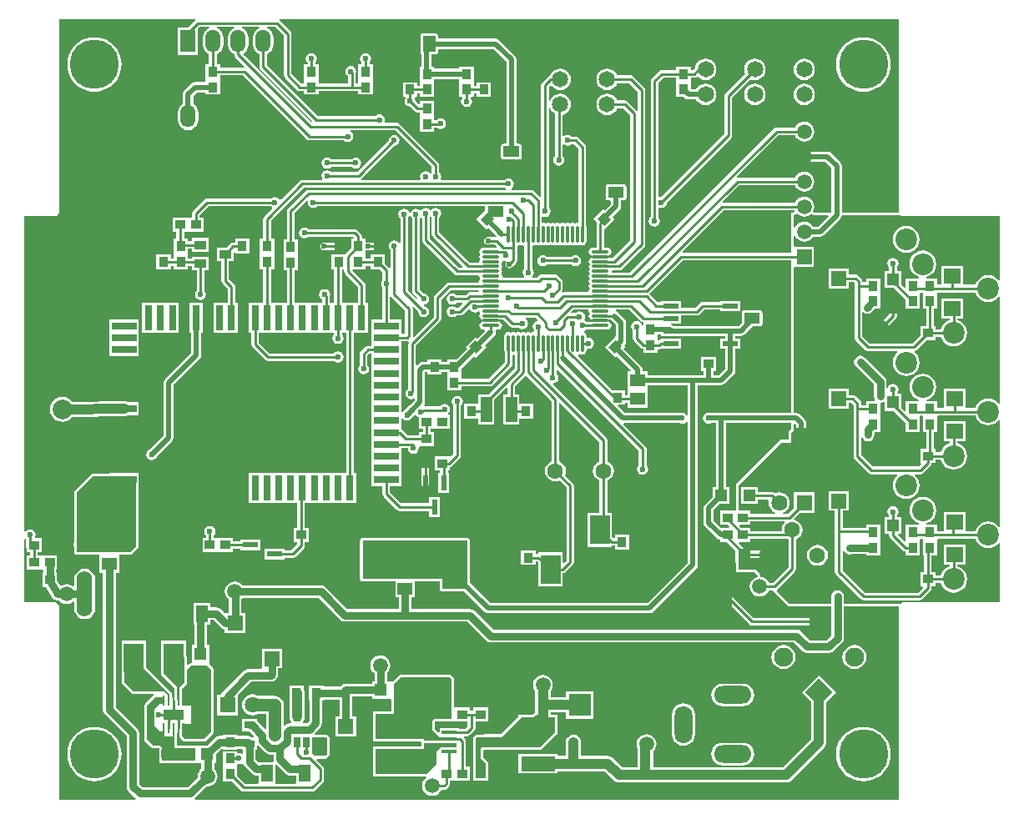
<source format=gtl>
G04 Layer_Physical_Order=1*
G04 Layer_Color=255*
%FSTAX24Y24*%
%MOIN*%
G70*
G01*
G75*
%ADD10R,0.0374X0.0394*%
%ADD11R,0.0512X0.0500*%
%ADD12R,0.0394X0.0374*%
%ADD13R,0.0472X0.0472*%
%ADD14R,0.0512X0.0591*%
%ADD15R,0.0610X0.0591*%
%ADD16R,0.0550X0.0500*%
%ADD17R,0.0591X0.0512*%
%ADD18R,0.0650X0.0600*%
%ADD19C,0.0591*%
%ADD20R,0.0866X0.0610*%
%ADD21R,0.0472X0.0472*%
%ADD22R,0.0900X0.0900*%
%ADD23R,0.1354X0.0598*%
%ADD24R,0.0591X0.0157*%
%ADD25R,0.1929X0.1004*%
%ADD26R,0.0256X0.0394*%
%ADD27R,0.0472X0.0650*%
%ADD28R,0.0098X0.0394*%
%ADD29R,0.0098X0.0394*%
%ADD30R,0.0787X0.0394*%
%ADD31R,0.0394X0.0315*%
%ADD32R,0.0500X0.0512*%
%ADD33R,0.0610X0.0236*%
%ADD34R,0.0787X0.1181*%
%ADD35R,0.0315X0.0984*%
%ADD36R,0.0984X0.0315*%
%ADD37R,0.0472X0.0335*%
G04:AMPARAMS|DCode=38|XSize=37.4mil|YSize=39.4mil|CornerRadius=0mil|HoleSize=0mil|Usage=FLASHONLY|Rotation=45.000|XOffset=0mil|YOffset=0mil|HoleType=Round|Shape=Rectangle|*
%AMROTATEDRECTD38*
4,1,4,0.0007,-0.0271,-0.0271,0.0007,-0.0007,0.0271,0.0271,-0.0007,0.0007,-0.0271,0.0*
%
%ADD38ROTATEDRECTD38*%

G04:AMPARAMS|DCode=39|XSize=37.4mil|YSize=39.4mil|CornerRadius=0mil|HoleSize=0mil|Usage=FLASHONLY|Rotation=315.000|XOffset=0mil|YOffset=0mil|HoleType=Round|Shape=Rectangle|*
%AMROTATEDRECTD39*
4,1,4,-0.0271,-0.0007,0.0007,0.0271,0.0271,0.0007,-0.0007,-0.0271,-0.0271,-0.0007,0.0*
%
%ADD39ROTATEDRECTD39*%

%ADD40O,0.0709X0.0118*%
%ADD41O,0.0118X0.0709*%
%ADD42R,0.0236X0.0610*%
%ADD43R,0.0450X0.0984*%
%ADD44R,0.1181X0.2362*%
%ADD45R,0.0591X0.0197*%
%ADD46C,0.0300*%
%ADD47C,0.0400*%
%ADD48C,0.0100*%
%ADD49C,0.0200*%
%ADD50C,0.0500*%
%ADD51R,0.0640X0.0640*%
%ADD52C,0.0640*%
%ADD53C,0.0787*%
%ADD54R,0.0984X0.0984*%
%ADD55R,0.0984X0.0984*%
%ADD56C,0.0650*%
%ADD57C,0.1969*%
%ADD58O,0.0701X0.1500*%
%ADD59O,0.1500X0.0701*%
%ADD60P,0.1075X4X90.0*%
%ADD61C,0.0760*%
%ADD62C,0.0866*%
G04:AMPARAMS|DCode=63|XSize=63mil|YSize=63mil|CornerRadius=31.5mil|HoleSize=0mil|Usage=FLASHONLY|Rotation=90.000|XOffset=0mil|YOffset=0mil|HoleType=Round|Shape=RoundedRectangle|*
%AMROUNDEDRECTD63*
21,1,0.0630,0.0000,0,0,90.0*
21,1,0.0000,0.0630,0,0,90.0*
1,1,0.0630,0.0000,0.0000*
1,1,0.0630,0.0000,0.0000*
1,1,0.0630,0.0000,0.0000*
1,1,0.0630,0.0000,0.0000*
%
%ADD63ROUNDEDRECTD63*%
%ADD64R,0.0591X0.0591*%
%ADD65O,0.0600X0.0900*%
%ADD66R,0.0600X0.0900*%
%ADD67C,0.0630*%
%ADD68O,0.0630X0.1811*%
%ADD69C,0.0236*%
G36*
X255189Y204207D02*
X255145Y204188D01*
X255061Y204124D01*
X254997Y204041D01*
X254957Y203943D01*
X254943Y203839D01*
Y203539D01*
X254957Y203435D01*
X254997Y203337D01*
X255061Y203254D01*
X255145Y20319D01*
X255194Y203169D01*
Y203157D01*
X255205Y203099D01*
X255238Y203049D01*
X255607Y202681D01*
X255596Y20265D01*
X255584Y202633D01*
X254618D01*
Y202777D01*
X254484D01*
Y203163D01*
X254548Y20319D01*
X254632Y203254D01*
X254696Y203337D01*
X254736Y203435D01*
X25475Y203539D01*
Y203839D01*
X254736Y203943D01*
X254696Y204041D01*
X254632Y204124D01*
X254548Y204188D01*
X254504Y204207D01*
X254514Y204257D01*
X255179D01*
X255189Y204207D01*
D02*
G37*
G36*
X281737Y19685D02*
X279456D01*
Y198701D01*
X27944Y198779D01*
X279396Y198845D01*
X279018Y199223D01*
X278952Y199267D01*
X278874Y199283D01*
X277953D01*
X277875Y199267D01*
X277809Y199223D01*
X277764Y199157D01*
X277749Y199079D01*
X277764Y199001D01*
X277809Y198935D01*
X277875Y19889D01*
X277953Y198875D01*
X27879D01*
X279048Y198616D01*
Y19685D01*
X278334D01*
X278307Y1969D01*
X278338Y196976D01*
X278351Y197079D01*
X278338Y197182D01*
X278298Y197278D01*
X278235Y197361D01*
X278152Y197424D01*
X278056Y197464D01*
X277953Y197477D01*
X27785Y197464D01*
X277753Y197424D01*
X277671Y197361D01*
X277607Y197278D01*
X277588Y197232D01*
X274723D01*
X274703Y197282D01*
X275347Y197926D01*
X277588D01*
X277607Y197879D01*
X277671Y197797D01*
X277753Y197733D01*
X27785Y197694D01*
X277953Y19768D01*
X278056Y197694D01*
X278152Y197733D01*
X278235Y197797D01*
X278298Y197879D01*
X278338Y197976D01*
X278351Y198079D01*
X278338Y198182D01*
X278298Y198278D01*
X278235Y198361D01*
X278152Y198424D01*
X278056Y198464D01*
X277953Y198477D01*
X27785Y198464D01*
X277753Y198424D01*
X277671Y198361D01*
X277607Y198278D01*
X277588Y198232D01*
X27529D01*
X275278Y198248D01*
X275267Y198279D01*
X276914Y199926D01*
X277588D01*
X277607Y199879D01*
X277671Y199797D01*
X277753Y199733D01*
X27785Y199694D01*
X277953Y19968D01*
X278056Y199694D01*
X278152Y199733D01*
X278235Y199797D01*
X278298Y199879D01*
X278338Y199976D01*
X278351Y200079D01*
X278338Y200182D01*
X278298Y200278D01*
X278235Y200361D01*
X278152Y200424D01*
X278056Y200464D01*
X277953Y200477D01*
X27785Y200464D01*
X277753Y200424D01*
X277671Y200361D01*
X277607Y200278D01*
X277588Y200232D01*
X27685D01*
X276792Y20022D01*
X276742Y200187D01*
X271Y194444D01*
X270291D01*
X27026Y194483D01*
X270261Y194488D01*
X27026Y194493D01*
X270291Y194532D01*
X270571D01*
X270629Y194544D01*
X270679Y194577D01*
X271565Y195463D01*
X271598Y195512D01*
X27161Y195571D01*
Y201732D01*
X271598Y201791D01*
X271565Y20184D01*
X271132Y202274D01*
X271082Y202307D01*
X271024Y202318D01*
X270475D01*
X27045Y20238D01*
X270382Y202468D01*
X270293Y202536D01*
X27019Y202579D01*
X270079Y202594D01*
X269968Y202579D01*
X269865Y202536D01*
X269776Y202468D01*
X269708Y20238D01*
X269665Y202276D01*
X26965Y202165D01*
X269665Y202054D01*
X269708Y201951D01*
X269776Y201862D01*
X269865Y201794D01*
X269968Y201751D01*
X270079Y201737D01*
X27019Y201751D01*
X270293Y201794D01*
X270382Y201862D01*
X27045Y201951D01*
X270475Y202012D01*
X27096D01*
X271304Y201669D01*
Y200932D01*
X271254Y200911D01*
X270892Y201273D01*
X270842Y201307D01*
X270783Y201318D01*
X270475D01*
X27045Y20138D01*
X270382Y201468D01*
X270293Y201536D01*
X27019Y201579D01*
X270079Y201594D01*
X269968Y201579D01*
X269865Y201536D01*
X269776Y201468D01*
X269708Y20138D01*
X269665Y201276D01*
X26965Y201165D01*
X269665Y201054D01*
X269708Y200951D01*
X269776Y200862D01*
X269865Y200794D01*
X269968Y200751D01*
X270079Y200737D01*
X27019Y200751D01*
X270293Y200794D01*
X270382Y200862D01*
X27045Y200951D01*
X270475Y201012D01*
X27072D01*
X271008Y200724D01*
Y195733D01*
X270311Y195035D01*
X270145D01*
X270098Y195044D01*
X269508D01*
X269446Y195032D01*
X269393Y194997D01*
X269358Y194944D01*
X269346Y194882D01*
X269358Y19482D01*
X269382Y194783D01*
X269358Y194747D01*
X269346Y194685D01*
X269358Y194623D01*
X269382Y194587D01*
X269358Y19455D01*
X269346Y194488D01*
X269358Y194426D01*
X269382Y19439D01*
X269358Y194353D01*
X269346Y194291D01*
X269358Y194229D01*
X269382Y194193D01*
X269358Y194157D01*
X269346Y194094D01*
X269358Y194032D01*
X269382Y193996D01*
X269358Y19396D01*
X269346Y193898D01*
X269358Y193836D01*
X269382Y193799D01*
X269358Y193763D01*
X269346Y193701D01*
X269347Y193696D01*
X269315Y193657D01*
X268346D01*
X268302Y193648D01*
X26827Y193687D01*
X268269Y193689D01*
X268291Y193721D01*
X268303Y19378D01*
Y194055D01*
X268291Y194114D01*
X268258Y194163D01*
X2681Y194321D01*
X268051Y194354D01*
X267992Y194366D01*
X26748D01*
X267422Y194354D01*
X267372Y194321D01*
X267299Y194247D01*
X267103D01*
X26709Y194297D01*
X267135Y194364D01*
X267152Y194449D01*
X267135Y194534D01*
X267086Y194606D01*
X267082Y194609D01*
Y195496D01*
X267121Y195528D01*
X267126Y195527D01*
X267188Y195539D01*
X267224Y195563D01*
X267261Y195539D01*
X267323Y195527D01*
X267385Y195539D01*
X267421Y195563D01*
X267458Y195539D01*
X26752Y195527D01*
X267582Y195539D01*
X267618Y195563D01*
X267654Y195539D01*
X267717Y195527D01*
X267779Y195539D01*
X267815Y195563D01*
X267851Y195539D01*
X267913Y195527D01*
X267975Y195539D01*
X268012Y195563D01*
X268048Y195539D01*
X26811Y195527D01*
X268172Y195539D01*
X268209Y195563D01*
X268245Y195539D01*
X268307Y195527D01*
X268369Y195539D01*
X268406Y195563D01*
X268442Y195539D01*
X268504Y195527D01*
X268566Y195539D01*
X268602Y195563D01*
X268639Y195539D01*
X268701Y195527D01*
X268763Y195539D01*
X268799Y195563D01*
X268836Y195539D01*
X268898Y195527D01*
X26896Y195539D01*
X268996Y195563D01*
X269032Y195539D01*
X269094Y195527D01*
X269157Y195539D01*
X269209Y195574D01*
X269244Y195627D01*
X269257Y195689D01*
Y19628D01*
X269247Y196326D01*
Y199449D01*
X269236Y199507D01*
X269203Y199557D01*
X268927Y199833D01*
X268877Y199866D01*
X268819Y199877D01*
X268664D01*
X268661Y199882D01*
X268589Y19993D01*
X268504Y199947D01*
X268419Y19993D01*
X268353Y199886D01*
X268303Y199899D01*
Y200749D01*
X26832Y200751D01*
X268423Y200794D01*
X268512Y200862D01*
X26858Y200951D01*
X268623Y201054D01*
X268637Y201165D01*
X268623Y201276D01*
X26858Y20138D01*
X268512Y201468D01*
X268423Y201536D01*
X26832Y201579D01*
X268209Y201594D01*
X268098Y201579D01*
X267994Y201536D01*
X267906Y201468D01*
X267838Y20138D01*
X267801Y201292D01*
X267751Y201302D01*
Y201866D01*
X267802Y201916D01*
X267868Y201912D01*
X267906Y201862D01*
X267994Y201794D01*
X268098Y201751D01*
X268209Y201737D01*
X26832Y201751D01*
X268423Y201794D01*
X268512Y201862D01*
X26858Y201951D01*
X268623Y202054D01*
X268637Y202165D01*
X268623Y202276D01*
X26858Y20238D01*
X268512Y202468D01*
X268423Y202536D01*
X26832Y202579D01*
X268209Y202594D01*
X268098Y202579D01*
X267994Y202536D01*
X267906Y202468D01*
X267838Y20238D01*
X26781Y202313D01*
X267776Y202307D01*
X267726Y202274D01*
X26749Y202037D01*
X267457Y201988D01*
X267445Y201929D01*
Y197487D01*
X267395Y197466D01*
X267155Y197707D01*
X267106Y19774D01*
X267047Y197751D01*
X266264D01*
X266249Y197801D01*
X266299Y197835D01*
X266347Y197907D01*
X266364Y197992D01*
X266347Y198077D01*
X266299Y198149D01*
X266227Y198198D01*
X266142Y198215D01*
X266057Y198198D01*
X265984Y198149D01*
X265982Y198145D01*
X263464D01*
X263436Y198195D01*
X263451Y198268D01*
X263434Y198353D01*
X263386Y198425D01*
X263381Y198428D01*
Y19874D01*
X26337Y198799D01*
X263336Y198848D01*
X261801Y200384D01*
X261751Y200417D01*
X261693Y200429D01*
X26122D01*
X261192Y200479D01*
X261207Y200551D01*
X26119Y200636D01*
X261141Y200708D01*
X261069Y200757D01*
X260984Y200774D01*
X260899Y200757D01*
X260827Y200708D01*
X260824Y200704D01*
X258528D01*
X256499Y202733D01*
Y203169D01*
X256548Y20319D01*
X256632Y203254D01*
X256696Y203337D01*
X256736Y203435D01*
X25675Y203539D01*
Y203839D01*
X256736Y203943D01*
X256696Y204041D01*
X256632Y204124D01*
X256548Y204188D01*
X256504Y204207D01*
X256514Y204257D01*
X256826D01*
X25717Y203913D01*
Y202323D01*
X257182Y202264D01*
X257215Y202215D01*
X257687Y201742D01*
X257737Y201709D01*
X257795Y201697D01*
X257981D01*
Y201554D01*
X258555D01*
Y201697D01*
X260146D01*
Y201554D01*
X26072D01*
Y202133D01*
X26072Y202147D01*
Y202183D01*
X26072Y202197D01*
Y202777D01*
X260586D01*
Y202832D01*
X26059Y202835D01*
X260638Y202907D01*
X260655Y202992D01*
X260638Y203077D01*
X26059Y203149D01*
X260518Y203198D01*
X260433Y203214D01*
X260348Y203198D01*
X260276Y203149D01*
X260228Y203077D01*
X260211Y202992D01*
X260228Y202907D01*
X260276Y202835D01*
X26028Y202832D01*
Y202777D01*
X260146D01*
Y202197D01*
X260146Y202183D01*
Y202147D01*
X260146Y202133D01*
Y202003D01*
X260035D01*
Y202376D01*
X260048Y202395D01*
X260065Y20248D01*
X260048Y202565D01*
X26Y202638D01*
X259928Y202686D01*
X259842Y202703D01*
X259757Y202686D01*
X259685Y202638D01*
X259637Y202565D01*
X25962Y20248D01*
X259637Y202395D01*
X259685Y202323D01*
X259729Y202294D01*
Y202003D01*
X258555D01*
Y202133D01*
X258555Y202147D01*
Y202183D01*
X258555Y202197D01*
Y202777D01*
X258421D01*
Y202832D01*
X258425Y202835D01*
X258473Y202907D01*
X25849Y202992D01*
X258473Y203077D01*
X258425Y203149D01*
X258353Y203198D01*
X258268Y203215D01*
X258183Y203198D01*
X25811Y203149D01*
X258062Y203077D01*
X258045Y202992D01*
X258062Y202907D01*
X25811Y202835D01*
X258115Y202832D01*
Y202777D01*
X257981D01*
Y202197D01*
X257981Y202183D01*
Y202147D01*
X257981Y202133D01*
Y202003D01*
X257859D01*
X257476Y202386D01*
Y203976D01*
X257464Y204035D01*
X257431Y204085D01*
X256998Y204518D01*
X256992Y204521D01*
X257007Y204571D01*
X281737D01*
Y19685D01*
D02*
G37*
G36*
X256189Y204207D02*
X256145Y204188D01*
X256061Y204124D01*
X255997Y204041D01*
X255957Y203943D01*
X255943Y203839D01*
Y203539D01*
X255957Y203435D01*
X255997Y203337D01*
X256061Y203254D01*
X256145Y20319D01*
X256194Y203169D01*
Y202669D01*
X256205Y202611D01*
X256238Y202561D01*
X258283Y200516D01*
X258267Y200462D01*
X258259Y200461D01*
X255572Y203148D01*
X255578Y203213D01*
X255632Y203254D01*
X255696Y203337D01*
X255736Y203435D01*
X25575Y203539D01*
Y203839D01*
X255736Y203943D01*
X255696Y204041D01*
X255632Y204124D01*
X255548Y204188D01*
X255504Y204207D01*
X255514Y204257D01*
X256179D01*
X256189Y204207D01*
D02*
G37*
G36*
X253638Y204521D02*
X253632Y204518D01*
X253353Y204239D01*
X252946D01*
Y203139D01*
X253746D01*
Y204199D01*
X253804Y204257D01*
X254179D01*
X254189Y204207D01*
X254145Y204188D01*
X254061Y204124D01*
X253997Y204041D01*
X253957Y203943D01*
X253943Y203839D01*
Y203539D01*
X253957Y203435D01*
X253997Y203337D01*
X254061Y203254D01*
X254145Y20319D01*
X254178Y203176D01*
Y202777D01*
X254044D01*
Y202197D01*
X254044Y202183D01*
Y202147D01*
X254044Y202133D01*
Y202054D01*
X253622D01*
X253622Y202054D01*
X253544Y202039D01*
X253478Y201995D01*
X253478Y201995D01*
X253202Y201719D01*
X253158Y201653D01*
X253143Y201575D01*
Y201187D01*
X253061Y201124D01*
X252997Y201041D01*
X252957Y200943D01*
X252943Y200839D01*
Y200539D01*
X252957Y200435D01*
X252997Y200337D01*
X253061Y200254D01*
X253145Y20019D01*
X253242Y200149D01*
X253346Y200136D01*
X253451Y200149D01*
X253548Y20019D01*
X253632Y200254D01*
X253696Y200337D01*
X253736Y200435D01*
X25375Y200539D01*
Y200839D01*
X253736Y200943D01*
X253696Y201041D01*
X253632Y201124D01*
X25355Y201187D01*
Y20149D01*
X253707Y201646D01*
X254044D01*
Y201554D01*
X254618D01*
Y202133D01*
X254618Y202147D01*
Y202183D01*
X254618Y202197D01*
Y202327D01*
X255527D01*
X258081Y199774D01*
X25813Y199741D01*
X258189Y199729D01*
X259564D01*
X259567Y199725D01*
X259639Y199676D01*
X259724Y19966D01*
X25981Y199676D01*
X259882Y199725D01*
X25993Y199797D01*
X259947Y199882D01*
X25993Y199967D01*
X259882Y200039D01*
X259832Y200073D01*
X259847Y200123D01*
X26163D01*
X263075Y198677D01*
Y198428D01*
X263071Y198425D01*
X263057Y198403D01*
X263006D01*
X262992Y198425D01*
X26292Y198473D01*
X262835Y19849D01*
X26275Y198473D01*
X262677Y198425D01*
X262629Y198353D01*
X262612Y198268D01*
X262627Y198195D01*
X262599Y198145D01*
X260275D01*
X26026Y198195D01*
X260266Y198199D01*
X26157Y199503D01*
X261575Y199502D01*
X26166Y199519D01*
X261732Y199567D01*
X26178Y199639D01*
X261797Y199724D01*
X26178Y19981D01*
X261732Y199882D01*
X26166Y19993D01*
X261575Y199947D01*
X26149Y19993D01*
X261418Y199882D01*
X261369Y19981D01*
X261352Y199724D01*
X261353Y199719D01*
X260094Y19846D01*
X259058D01*
X259055Y198464D01*
X258983Y198513D01*
X258898Y198529D01*
X258813Y198513D01*
X25874Y198464D01*
X258692Y198392D01*
X258675Y198307D01*
X258692Y198222D01*
X25871Y198195D01*
X258683Y198145D01*
X257913D01*
X257855Y198133D01*
X257805Y1981D01*
X257059Y197354D01*
X256995Y197361D01*
X256968Y197401D01*
X256896Y197449D01*
X256811Y197466D01*
X256726Y197449D01*
X256654Y197401D01*
X256651Y197397D01*
X254094D01*
X254036Y197385D01*
X253986Y197352D01*
X253553Y196919D01*
X25352Y19687D01*
X253508Y196811D01*
Y196645D01*
X253378D01*
X253365Y196645D01*
X253328D01*
X253315Y196645D01*
X252735D01*
Y196071D01*
X252879D01*
Y195789D01*
X252764D01*
Y195209D01*
X252764Y195195D01*
Y195159D01*
X252764Y195145D01*
Y195015D01*
X252649D01*
Y195159D01*
X252075D01*
Y194565D01*
X252649D01*
Y194709D01*
X252764D01*
Y194565D01*
X253338D01*
Y194709D01*
X253504D01*
Y19454D01*
X253688D01*
Y193721D01*
X253683Y193718D01*
X253635Y193646D01*
X253618Y193561D01*
X253635Y193476D01*
X253683Y193404D01*
X253756Y193355D01*
X253841Y193338D01*
X253926Y193355D01*
X253998Y193404D01*
X254046Y193476D01*
X254063Y193561D01*
X254046Y193646D01*
X253998Y193718D01*
X253994Y193721D01*
Y19454D01*
X254177D01*
Y195074D01*
X253504D01*
Y195015D01*
X253338D01*
Y195145D01*
X253338Y195159D01*
Y195195D01*
X253338Y195209D01*
Y195398D01*
X253502D01*
Y195284D01*
X254175D01*
Y195819D01*
X253502D01*
Y195704D01*
X253338D01*
Y195789D01*
X253184D01*
Y196071D01*
X253315D01*
X253328Y196071D01*
X253365D01*
X253378Y196071D01*
X253958D01*
Y196645D01*
X253814D01*
Y196748D01*
X254158Y197091D01*
X256651D01*
X256654Y197087D01*
X256694Y19706D01*
X256701Y196996D01*
X256388Y196683D01*
X256355Y196633D01*
X256343Y196575D01*
Y195789D01*
X256209D01*
Y195209D01*
X256209Y195195D01*
Y195159D01*
X256209Y195145D01*
Y194565D01*
X256343D01*
Y19323D01*
X255766D01*
Y192046D01*
X255871D01*
Y191575D01*
X255882Y191516D01*
X255915Y191467D01*
X256427Y190955D01*
X256477Y190922D01*
X256535Y19091D01*
X259171D01*
X259173Y190906D01*
X259246Y190858D01*
X259331Y190841D01*
X259416Y190858D01*
X259488Y190906D01*
X259536Y190978D01*
X259553Y191063D01*
X259536Y191148D01*
X259488Y19122D01*
X259416Y191268D01*
X259331Y191285D01*
X259246Y191268D01*
X259173Y19122D01*
X259171Y191216D01*
X256599D01*
X256177Y191638D01*
Y192046D01*
X259178D01*
Y191971D01*
X259173Y191968D01*
X259125Y191896D01*
X259108Y191811D01*
X259125Y191726D01*
X259173Y191654D01*
X259246Y191606D01*
X259331Y191589D01*
X259416Y191606D01*
X259488Y191654D01*
X259536Y191726D01*
X259553Y191811D01*
X259536Y191896D01*
X259488Y191968D01*
X259484Y191971D01*
Y192046D01*
X25965D01*
Y186419D01*
X255766D01*
Y185235D01*
X257701D01*
Y184244D01*
X257557D01*
Y18367D01*
X257701D01*
Y183587D01*
X257456Y183342D01*
X257196D01*
Y183407D01*
X256386D01*
Y182971D01*
X257196D01*
Y183036D01*
X25752D01*
X257578Y183048D01*
X257628Y183081D01*
X257962Y183415D01*
X257996Y183465D01*
X258007Y183524D01*
Y18367D01*
X258151D01*
Y184244D01*
X258007D01*
Y185235D01*
X260061D01*
Y186419D01*
X259956D01*
Y192046D01*
X260533D01*
Y19323D01*
X260429D01*
Y193937D01*
X260417Y193996D01*
X260384Y194045D01*
X259914Y194515D01*
X259934Y194565D01*
X260425D01*
Y194709D01*
X260638D01*
Y194565D01*
X261006D01*
X261107Y194464D01*
Y19413D01*
X261074Y194081D01*
X261057Y193996D01*
X261074Y193911D01*
X261107Y193862D01*
Y192561D01*
X260668D01*
Y192046D01*
Y191511D01*
X260531D01*
X260473Y1915D01*
X260423Y191466D01*
X260246Y191289D01*
X260213Y19124D01*
X260201Y191181D01*
Y190751D01*
X260197Y190748D01*
X260149Y190676D01*
X260132Y190591D01*
X260149Y190505D01*
X260197Y190433D01*
X260269Y190385D01*
X260354Y190368D01*
X260439Y190385D01*
X260512Y190433D01*
X26056Y190505D01*
X260577Y190591D01*
X26056Y190676D01*
X260512Y190748D01*
X260507Y190751D01*
Y191118D01*
X260595Y191205D01*
X260668D01*
Y190628D01*
Y190156D01*
Y189683D01*
Y189211D01*
Y188739D01*
Y188266D01*
Y187794D01*
Y187321D01*
Y186849D01*
Y186376D01*
Y185904D01*
X261107D01*
Y185591D01*
X261119Y185532D01*
X261152Y185482D01*
X261673Y184961D01*
X261723Y184928D01*
X261782Y184916D01*
X262971D01*
Y184664D01*
X263407D01*
Y185474D01*
X262971D01*
Y185222D01*
X261845D01*
X261413Y185654D01*
Y185904D01*
X261852D01*
Y186376D01*
Y186849D01*
Y187426D01*
X262116D01*
X26212Y187421D01*
X262137Y187336D01*
X262185Y187264D01*
X262257Y187216D01*
X262343Y187199D01*
X262428Y187216D01*
X2625Y187264D01*
X262548Y187336D01*
X262565Y187421D01*
X262556Y187467D01*
X262599Y187508D01*
X263171D01*
Y188082D01*
X263027D01*
Y188197D01*
X263171D01*
Y188197D01*
X263207D01*
Y188197D01*
X263801D01*
Y188771D01*
X263754D01*
X263746Y188801D01*
X263741Y188821D01*
X263788Y188891D01*
X263805Y188976D01*
X263788Y189061D01*
X26374Y189134D01*
X263668Y189182D01*
X263583Y189199D01*
X263498Y189182D01*
X263425Y189134D01*
X263396Y18909D01*
X262791D01*
X262764Y18914D01*
X262787Y189174D01*
X262802Y189252D01*
Y190465D01*
X262902D01*
Y190372D01*
X263476D01*
Y190465D01*
X263689D01*
Y190372D01*
X263689D01*
Y190336D01*
X263689D01*
Y189743D01*
X264263D01*
Y189886D01*
X265394D01*
X265452Y189898D01*
X265502Y189931D01*
X26625Y190679D01*
X266283Y190729D01*
X266295Y190787D01*
Y191126D01*
X266333Y191158D01*
X266339Y191157D01*
X266344Y191158D01*
X266382Y191126D01*
Y190615D01*
X265336Y189569D01*
X264931D01*
Y189194D01*
X264378D01*
Y188601D01*
X264931D01*
Y188384D01*
X265581D01*
Y18938D01*
X266057Y189856D01*
X266103Y189837D01*
Y189569D01*
X265931D01*
Y188384D01*
X266581D01*
Y188601D01*
X267118D01*
Y189194D01*
X266581D01*
Y189569D01*
X266409D01*
Y189913D01*
X266831Y190335D01*
X267859Y189307D01*
Y186902D01*
X267803Y186878D01*
X267716Y186812D01*
X267649Y186725D01*
X267608Y186624D01*
X267593Y186516D01*
X267608Y186407D01*
X267649Y186306D01*
X267716Y18622D01*
X267803Y186153D01*
X267903Y186111D01*
X268012Y186097D01*
X26812Y186111D01*
X268176Y186135D01*
X268449Y185862D01*
Y182937D01*
X268355Y182843D01*
X268309Y182862D01*
Y183269D01*
X267321D01*
Y183204D01*
X267216D01*
Y183348D01*
X266642D01*
Y182754D01*
X267216D01*
Y182898D01*
X267279D01*
X267321Y182856D01*
Y181888D01*
X268309D01*
Y182426D01*
X268366Y182437D01*
X268415Y182471D01*
X268711Y182766D01*
X268744Y182815D01*
X268755Y182874D01*
Y185925D01*
X268744Y185984D01*
X268711Y186033D01*
X268393Y186351D01*
X268416Y186407D01*
X26843Y186516D01*
X268416Y186624D01*
X268374Y186725D01*
X268308Y186812D01*
X268221Y186878D01*
X268165Y186902D01*
Y189231D01*
X268211Y18925D01*
X269779Y187682D01*
Y186902D01*
X269723Y186878D01*
X269636Y186812D01*
X269569Y186725D01*
X269528Y186624D01*
X269513Y186516D01*
X269528Y186407D01*
X269569Y186306D01*
X269636Y18622D01*
X269723Y186153D01*
X269779Y18613D01*
Y184844D01*
X26929D01*
Y183463D01*
X270277D01*
Y183528D01*
X270382D01*
Y183384D01*
X270956D01*
Y183978D01*
X270382D01*
Y183834D01*
X270319D01*
X270277Y183876D01*
Y184844D01*
X270085D01*
Y18613D01*
X270141Y186153D01*
X270228Y18622D01*
X270294Y186306D01*
X270336Y186407D01*
X27035Y186516D01*
X270336Y186624D01*
X270294Y186725D01*
X270228Y186812D01*
X270141Y186878D01*
X270085Y186902D01*
Y187745D01*
X270073Y187804D01*
X27004Y187854D01*
X267928Y189966D01*
X267944Y19002D01*
X267998Y190031D01*
X268071Y190079D01*
X268119Y190151D01*
X268136Y190236D01*
X268119Y190321D01*
X268071Y190393D01*
X268066Y190396D01*
Y19055D01*
X268113Y190569D01*
X271343Y187338D01*
Y186735D01*
X271339Y186732D01*
X271291Y18666D01*
X271274Y186575D01*
X271291Y18649D01*
X271339Y186418D01*
X271411Y186369D01*
X271496Y186352D01*
X271581Y186369D01*
X271653Y186418D01*
X271702Y18649D01*
X271718Y186575D01*
X271702Y18666D01*
X271653Y186732D01*
X271649Y186735D01*
Y187402D01*
X271637Y18746D01*
X271604Y18751D01*
X270746Y188368D01*
X270767Y188418D01*
X272983D01*
X272986Y188417D01*
X273071Y1884D01*
X273156Y188417D01*
X273228Y188465D01*
X27325Y188498D01*
X2733Y188482D01*
Y18284D01*
X271687Y181228D01*
X265416D01*
X26459Y182053D01*
Y18374D01*
X264582Y183779D01*
X26456Y183812D01*
X264527Y183834D01*
X264488Y183842D01*
X260315D01*
X260276Y183834D01*
X260243Y183812D01*
X260221Y183779D01*
X260213Y18374D01*
Y183268D01*
Y182402D01*
Y182205D01*
X260221Y182166D01*
X260243Y182133D01*
X260276Y182111D01*
X260315Y182103D01*
X261615D01*
Y181457D01*
X261756D01*
Y181003D01*
X259712D01*
X25884Y181875D01*
X258758Y18193D01*
X25866Y181949D01*
X255515D01*
X255494Y181976D01*
X255411Y18204D01*
X255315Y182079D01*
X255212Y182093D01*
X255109Y182079D01*
X255013Y18204D01*
X25493Y181976D01*
X254867Y181894D01*
X254827Y181798D01*
X254813Y181694D01*
X254827Y181591D01*
X254867Y181495D01*
X25493Y181412D01*
X254962Y181388D01*
Y180828D01*
X254811D01*
X254811Y180828D01*
Y180828D01*
X254776Y18086D01*
X254649Y180987D01*
X254566Y181043D01*
X254468Y181062D01*
X254236D01*
Y181232D01*
X253563D01*
Y180382D01*
X253586D01*
Y179571D01*
X253491D01*
Y178884D01*
X253468Y178848D01*
X253449Y178839D01*
X253426Y178834D01*
X253392Y178812D01*
X253337Y178757D01*
X253291Y178776D01*
X253291Y179055D01*
X253283Y179094D01*
X253261Y179127D01*
X25325Y179139D01*
Y179726D01*
X252262D01*
Y179183D01*
X25226Y179173D01*
Y178425D01*
X252262Y178415D01*
Y178345D01*
X252298D01*
X252811Y177832D01*
Y17762D01*
X252804D01*
Y177506D01*
X252765Y177474D01*
X252756Y177476D01*
X252747Y177474D01*
X252708Y177506D01*
Y17762D01*
X252696D01*
X252693Y177637D01*
X252671Y177671D01*
X252671Y177671D01*
X251675Y178666D01*
Y179726D01*
X250687D01*
Y178691D01*
X250685Y178681D01*
Y178071D01*
X250693Y178032D01*
X250715Y177999D01*
X25107Y177644D01*
X251103Y177622D01*
X251142Y177615D01*
X251978D01*
X251993Y177565D01*
X251975Y177552D01*
X251621Y177198D01*
X251599Y177165D01*
X251591Y177126D01*
Y175787D01*
X251599Y175748D01*
X251621Y175715D01*
X251857Y175479D01*
X25189Y175457D01*
X251929Y175449D01*
X252162D01*
X252182Y17543D01*
Y174921D01*
X252183Y174911D01*
Y17491D01*
X252184D01*
X252189Y174882D01*
X252211Y174849D01*
X252244Y174827D01*
X252283Y174819D01*
X253622D01*
X253661Y174827D01*
X253694Y174849D01*
X253694Y17485D01*
X25372Y17485D01*
X253756D01*
X25377Y17485D01*
X253874D01*
Y174615D01*
X253847Y174594D01*
X253784Y174512D01*
X253744Y174416D01*
X253731Y174312D01*
X253735Y174279D01*
X253333Y173877D01*
X251523D01*
X251397Y174003D01*
Y176024D01*
X251377Y176121D01*
X251322Y176204D01*
X250455Y177071D01*
Y182442D01*
X250595D01*
Y183116D01*
X250595Y183153D01*
X25064Y183166D01*
X251024D01*
X251063Y183174D01*
X251096Y183196D01*
X251332Y183432D01*
X251354Y183465D01*
X251362Y183504D01*
Y185904D01*
X25138D01*
Y186419D01*
X250195D01*
Y186401D01*
X249528D01*
X249489Y186393D01*
X249455Y186371D01*
X248826Y185741D01*
X248803Y185708D01*
X248796Y185669D01*
Y18374D01*
Y183661D01*
X248793Y183654D01*
X248781Y183563D01*
X248793Y183472D01*
X248796Y183465D01*
Y183268D01*
X248803Y183229D01*
X248826Y183196D01*
X248859Y183174D01*
X248898Y183166D01*
X249759D01*
X249804Y183153D01*
X249804Y183116D01*
Y182442D01*
X249945D01*
Y176966D01*
X249964Y176868D01*
X250019Y176786D01*
X250887Y175918D01*
Y173898D01*
X250906Y1738D01*
X250961Y173717D01*
X251237Y173442D01*
X251253Y173431D01*
X251238Y173381D01*
X248184D01*
Y181102D01*
X248173Y181161D01*
X24814Y181211D01*
X24809Y181244D01*
X248032Y181255D01*
X246806D01*
Y183768D01*
X246856Y183791D01*
X246875Y183775D01*
Y183465D01*
X246886Y183406D01*
X246888Y183403D01*
Y183256D01*
X247032D01*
Y183141D01*
X246888D01*
Y182567D01*
X247468D01*
X247518Y182567D01*
X24756Y182529D01*
Y182452D01*
X247518D01*
Y181878D01*
X247668D01*
X24791Y181466D01*
X247932Y181441D01*
X24795Y181414D01*
X247964Y181404D01*
X247976Y181391D01*
X248005Y181377D01*
X248032Y181359D01*
X24805Y181356D01*
X248066Y181348D01*
X248098Y181346D01*
X24813Y18134D01*
X248198D01*
X248218Y181314D01*
X2483Y181251D01*
X248396Y181211D01*
X248499Y181197D01*
X248603Y181211D01*
X248699Y181251D01*
X248744Y181285D01*
X248794Y181261D01*
Y181004D01*
X248808Y180896D01*
X24885Y180795D01*
X248917Y180708D01*
X249003Y180641D01*
X249104Y1806D01*
X249213Y180585D01*
X249321Y1806D01*
X249422Y180641D01*
X249509Y180708D01*
X249575Y180795D01*
X249617Y180896D01*
X249631Y181004D01*
Y182185D01*
X249617Y182293D01*
X249575Y182394D01*
X249509Y182481D01*
X249422Y182548D01*
X249321Y182589D01*
X249213Y182604D01*
X249104Y182589D01*
X249003Y182548D01*
X248917Y182481D01*
X24885Y182394D01*
X248808Y182293D01*
X248794Y182185D01*
Y181931D01*
X248744Y181906D01*
X248699Y181941D01*
X248603Y181981D01*
X248499Y181995D01*
X248396Y181981D01*
X2483Y181941D01*
X248276Y181923D01*
X248227Y181933D01*
X248112Y182129D01*
Y182452D01*
X24807D01*
Y182567D01*
X248112D01*
Y183141D01*
X247532D01*
X247482Y183141D01*
X247468Y183141D01*
X247338D01*
Y183256D01*
X247482D01*
Y18383D01*
X247261D01*
X247235Y18388D01*
X24725Y183957D01*
X247233Y184042D01*
X247185Y184114D01*
X247113Y184162D01*
X247028Y184179D01*
X246942Y184162D01*
X24687Y184114D01*
X246856Y184093D01*
X246806Y184108D01*
Y196697D01*
X248032D01*
X24809Y196709D01*
X24814Y196742D01*
X248173Y196792D01*
X248184Y19685D01*
Y204571D01*
X253623D01*
X253638Y204521D01*
D02*
G37*
G36*
X267838Y200951D02*
X267906Y200862D01*
X267994Y200794D01*
X267997Y200793D01*
Y199097D01*
X267992Y199094D01*
X267944Y199022D01*
X267927Y198937D01*
X267944Y198852D01*
X267992Y19878D01*
X268064Y198732D01*
X26815Y198715D01*
X268235Y198732D01*
X268307Y19878D01*
X268355Y198852D01*
X268372Y198937D01*
X268355Y199022D01*
X268307Y199094D01*
X268303Y199097D01*
Y19955D01*
X268353Y199563D01*
X268419Y199519D01*
X268504Y199502D01*
X268589Y199519D01*
X268661Y199567D01*
X268664Y199571D01*
X268756D01*
X268942Y199385D01*
Y196472D01*
X268903Y196441D01*
X268898Y196442D01*
X268836Y196429D01*
X268799Y196405D01*
X268763Y196429D01*
X268701Y196442D01*
X268639Y196429D01*
X268602Y196405D01*
X268566Y196429D01*
X268504Y196442D01*
X268442Y196429D01*
X268406Y196405D01*
X268369Y196429D01*
X268307Y196442D01*
X268245Y196429D01*
X268209Y196405D01*
X268172Y196429D01*
X26811Y196442D01*
X268048Y196429D01*
X268012Y196405D01*
X267975Y196429D01*
X267913Y196442D01*
X267851Y196429D01*
X267815Y196405D01*
X267779Y196429D01*
X267717Y196442D01*
X267654Y196429D01*
X267618Y196405D01*
X267582Y196429D01*
X26752Y196442D01*
X267514Y196441D01*
X267476Y196472D01*
Y196654D01*
X267526Y196682D01*
X267598Y196667D01*
X267684Y196684D01*
X267756Y196733D01*
X267804Y196805D01*
X267821Y19689D01*
X267804Y196975D01*
X267756Y197047D01*
X267751Y19705D01*
Y201029D01*
X267801Y201039D01*
X267838Y200951D01*
D02*
G37*
G36*
X265945Y196654D02*
X265315Y196654D01*
Y197087D01*
X265945Y197087D01*
Y196654D01*
D02*
G37*
G36*
X277682Y196788D02*
X277753Y196733D01*
X27785Y196694D01*
X277953Y19668D01*
X278056Y196694D01*
X278152Y196733D01*
X278205Y196774D01*
X27821Y196778D01*
X27826Y196778D01*
X278271Y196771D01*
X278283Y196764D01*
X278295Y196756D01*
X278301Y196755D01*
X278306Y196752D01*
X27832Y196751D01*
X278334Y196748D01*
X278914D01*
X278934Y196702D01*
X278514Y196283D01*
X278295D01*
X278235Y196361D01*
X278152Y196424D01*
X278056Y196464D01*
X277953Y196477D01*
X27785Y196464D01*
X277753Y196424D01*
X277671Y196361D01*
X277607Y196278D01*
X277593Y196243D01*
X277543Y196253D01*
Y196749D01*
X277556Y196751D01*
X277569Y196752D01*
X277575Y196755D01*
X277582Y196756D01*
X277593Y196764D01*
X277605Y19677D01*
X277609Y196775D01*
X277615Y196778D01*
X277618Y196783D01*
X277658Y196794D01*
X277682Y196788D01*
D02*
G37*
G36*
X281782Y196742D02*
X281831Y196709D01*
X28189Y196697D01*
X285772D01*
Y194135D01*
X285722Y194118D01*
X285675Y194179D01*
X285564Y194265D01*
X285434Y194319D01*
X285295Y194337D01*
X285156Y194319D01*
X285026Y194265D01*
X284915Y194179D01*
X28483Y194068D01*
X284782Y193952D01*
X284283D01*
Y194712D01*
X283433D01*
Y193952D01*
X283259D01*
Y194214D01*
X28283D01*
X282826Y194264D01*
X282956Y194318D01*
X283067Y194403D01*
X283153Y194515D01*
X283206Y194644D01*
X283225Y194783D01*
X283206Y194923D01*
X283153Y195052D01*
X283067Y195164D01*
X282956Y195249D01*
X282826Y195303D01*
X282687Y195321D01*
X282548Y195303D01*
X282418Y195249D01*
X282307Y195164D01*
X282221Y195052D01*
X282168Y194923D01*
X282149Y194783D01*
X282168Y194644D01*
X282221Y194515D01*
X282307Y194403D01*
X282418Y194318D01*
X282548Y194264D01*
X282544Y194214D01*
X281996D01*
Y193856D01*
X28195Y193837D01*
X281832Y193955D01*
Y194509D01*
X281649D01*
Y194643D01*
X281653Y194646D01*
X281702Y194718D01*
X281718Y194803D01*
X281702Y194888D01*
X281653Y19496D01*
X281581Y195009D01*
X281496Y195026D01*
X281411Y195009D01*
X281339Y19496D01*
X281291Y194888D01*
X281274Y194803D01*
X281291Y194718D01*
X281339Y194646D01*
X281343Y194643D01*
Y194509D01*
X28116D01*
Y193837D01*
X281518D01*
X281996Y193358D01*
Y192991D01*
X28257D01*
Y19357D01*
X28257Y193584D01*
X28257D01*
Y193596D01*
X28261Y193646D01*
X28266D01*
X282685Y19362D01*
Y193584D01*
X282685Y19357D01*
Y192991D01*
X282819D01*
Y192315D01*
X282597D01*
Y191947D01*
X282259Y19161D01*
X280575D01*
X280271Y191914D01*
Y192825D01*
X280321Y192852D01*
X280375Y192816D01*
X280472Y192796D01*
X28057Y192816D01*
X280653Y192871D01*
X280772Y192991D01*
X280996D01*
Y193584D01*
X280996D01*
Y19362D01*
X280996D01*
Y194214D01*
X280422D01*
Y19407D01*
X280271D01*
Y194094D01*
X280259Y194153D01*
X280226Y194203D01*
X280108Y194321D01*
X280059Y194354D01*
X28Y194366D01*
X279736D01*
Y194608D01*
X278926D01*
Y193817D01*
X279736D01*
Y19406D01*
X279937D01*
X279965Y194031D01*
Y193898D01*
Y19185D01*
X279977Y191792D01*
X28001Y191742D01*
X280404Y191349D01*
X280453Y191315D01*
X280512Y191304D01*
X28167D01*
X281686Y191256D01*
X281647Y191227D01*
X281562Y191115D01*
X281508Y190986D01*
X28149Y190846D01*
X281508Y190707D01*
X281562Y190578D01*
X281647Y190466D01*
X281759Y190381D01*
X281888Y190327D01*
X282028Y190309D01*
X282167Y190327D01*
X282296Y190381D01*
X282408Y190466D01*
X282493Y190578D01*
X282547Y190707D01*
X282565Y190846D01*
X282547Y190986D01*
X282493Y191115D01*
X282408Y191227D01*
X282363Y191261D01*
X282376Y191314D01*
X282381Y191315D01*
X282431Y191349D01*
X282823Y191741D01*
X283191D01*
Y191875D01*
X283404D01*
X283452Y191759D01*
X283537Y191647D01*
X283648Y191562D01*
X283778Y191508D01*
X283917Y19149D01*
X284056Y191508D01*
X284186Y191562D01*
X284298Y191647D01*
X284383Y191759D01*
X284437Y191888D01*
X284455Y192028D01*
X284437Y192167D01*
X284383Y192296D01*
X284298Y192408D01*
X284186Y192493D01*
X28407Y192541D01*
Y192612D01*
X284283D01*
Y193412D01*
X283433D01*
Y192612D01*
X283764D01*
Y192541D01*
X283648Y192493D01*
X283537Y192408D01*
X283452Y192296D01*
X283404Y192181D01*
X283191D01*
Y192315D01*
X283125D01*
Y192991D01*
X283259D01*
Y19357D01*
X283259Y193584D01*
Y19362D01*
X283285Y193646D01*
X284782D01*
X28483Y19353D01*
X284915Y193419D01*
X285026Y193334D01*
X285156Y19328D01*
X285295Y193262D01*
X285434Y19328D01*
X285564Y193334D01*
X285675Y193419D01*
X285722Y19348D01*
X285772Y193463D01*
Y189214D01*
X285722Y189197D01*
X285675Y189258D01*
X285564Y189344D01*
X285434Y189397D01*
X285295Y189416D01*
X285156Y189397D01*
X285026Y189344D01*
X284915Y189258D01*
X28483Y189147D01*
X284782Y189031D01*
X284382D01*
Y189791D01*
X283532D01*
Y189031D01*
X283259D01*
Y189293D01*
X28283D01*
X282826Y189343D01*
X282956Y189397D01*
X283067Y189482D01*
X283153Y189593D01*
X283206Y189723D01*
X283225Y189862D01*
X283206Y190001D01*
X283153Y190131D01*
X283067Y190242D01*
X282956Y190328D01*
X282826Y190382D01*
X282687Y1904D01*
X282548Y190382D01*
X282418Y190328D01*
X282307Y190242D01*
X282221Y190131D01*
X282168Y190001D01*
X282149Y189862D01*
X282168Y189723D01*
X282221Y189593D01*
X282307Y189482D01*
X282418Y189397D01*
X282548Y189343D01*
X282544Y189293D01*
X281996D01*
Y188935D01*
X28195Y188916D01*
X281832Y189034D01*
Y189588D01*
X281701D01*
X281674Y189638D01*
X281702Y189679D01*
X281718Y189764D01*
X281702Y189849D01*
X281653Y189921D01*
X281581Y189969D01*
X281496Y189986D01*
X281411Y189969D01*
X281339Y189921D01*
X281291Y189849D01*
X281289Y189842D01*
X281239Y189846D01*
Y190079D01*
X28122Y190176D01*
X281164Y190259D01*
X280377Y191046D01*
X280294Y191102D01*
X280197Y191121D01*
X280099Y191102D01*
X280017Y191046D01*
X279961Y190964D01*
X279942Y190866D01*
X279961Y190769D01*
X280017Y190686D01*
X280729Y189973D01*
Y189488D01*
X280749Y189391D01*
X280781Y189343D01*
X280754Y189293D01*
X280422D01*
Y189149D01*
X280232D01*
Y189213D01*
X28022Y189271D01*
X280187Y189321D01*
X28001Y189498D01*
X27996Y189531D01*
X279902Y189543D01*
X279736D01*
Y189785D01*
X278926D01*
Y188994D01*
X279736D01*
Y189237D01*
X279838D01*
X279926Y189149D01*
Y187087D01*
X279937Y187028D01*
X279971Y186978D01*
X280522Y186427D01*
X280571Y186394D01*
X28063Y186382D01*
X28167D01*
X281686Y186335D01*
X281647Y186305D01*
X281562Y186194D01*
X281508Y186064D01*
X28149Y185925D01*
X281508Y185786D01*
X281562Y185656D01*
X281647Y185545D01*
X281759Y18546D01*
X281888Y185406D01*
X282028Y185388D01*
X282167Y185406D01*
X282296Y18546D01*
X282408Y185545D01*
X282493Y185656D01*
X282547Y185786D01*
X282565Y185925D01*
X282547Y186064D01*
X282493Y186194D01*
X282408Y186305D01*
X282369Y186335D01*
X282385Y186382D01*
X282598D01*
X282657Y186394D01*
X282707Y186427D01*
X283002Y186723D01*
X283035Y186772D01*
X283044Y186819D01*
X283191D01*
Y186953D01*
X283404D01*
X283452Y186837D01*
X283537Y186726D01*
X283648Y186641D01*
X283778Y186587D01*
X283917Y186569D01*
X284056Y186587D01*
X284186Y186641D01*
X284298Y186726D01*
X284383Y186837D01*
X284437Y186967D01*
X284455Y187106D01*
X284437Y187245D01*
X284383Y187375D01*
X284298Y187486D01*
X284186Y187572D01*
X28407Y18762D01*
Y187691D01*
X284382D01*
Y188491D01*
X283532D01*
Y187691D01*
X283764D01*
Y18762D01*
X283648Y187572D01*
X283537Y187486D01*
X283452Y187375D01*
X283404Y187259D01*
X283191D01*
Y187393D01*
X283125D01*
Y188069D01*
X283259D01*
Y188663D01*
X283259D01*
Y188675D01*
X283299Y188725D01*
X284782D01*
X28483Y188609D01*
X284915Y188498D01*
X285026Y188412D01*
X285156Y188359D01*
X285295Y18834D01*
X285434Y188359D01*
X285564Y188412D01*
X285675Y188498D01*
X285722Y188559D01*
X285772Y188542D01*
Y184293D01*
X285722Y184276D01*
X285675Y184337D01*
X285564Y184422D01*
X285434Y184476D01*
X285295Y184494D01*
X285156Y184476D01*
X285026Y184422D01*
X284915Y184337D01*
X28483Y184226D01*
X284782Y18411D01*
X284382D01*
Y184869D01*
X283532D01*
Y18411D01*
X283259D01*
Y184372D01*
X28283D01*
X282826Y184422D01*
X282956Y184475D01*
X283067Y184561D01*
X283153Y184672D01*
X283206Y184802D01*
X283225Y184941D01*
X283206Y18508D01*
X283153Y18521D01*
X283067Y185321D01*
X282956Y185407D01*
X282826Y18546D01*
X282687Y185479D01*
X282548Y18546D01*
X282418Y185407D01*
X282307Y185321D01*
X282221Y18521D01*
X282168Y18508D01*
X282149Y184941D01*
X282168Y184802D01*
X282221Y184672D01*
X282307Y184561D01*
X282418Y184475D01*
X282548Y184422D01*
X282544Y184372D01*
X281996D01*
Y183792D01*
X281996Y183778D01*
Y183742D01*
X281996Y183718D01*
X28195Y183699D01*
X281701Y183948D01*
X28172Y183994D01*
X281832D01*
Y184667D01*
X281649D01*
Y184722D01*
X281653Y184725D01*
X281702Y184797D01*
X281718Y184882D01*
X281702Y184967D01*
X281653Y185039D01*
X281581Y185087D01*
X281496Y185104D01*
X281411Y185087D01*
X281339Y185039D01*
X281291Y184967D01*
X281274Y184882D01*
X281291Y184797D01*
X281339Y184725D01*
X281343Y184722D01*
Y184667D01*
X28116D01*
Y183994D01*
X281343D01*
Y183937D01*
X281355Y183878D01*
X281388Y183829D01*
X28188Y183337D01*
X28193Y183304D01*
X281988Y183292D01*
X281996D01*
Y183148D01*
X28257D01*
Y183728D01*
X28257Y183742D01*
Y183778D01*
X282596Y183804D01*
X28266D01*
X282685Y183778D01*
Y183742D01*
X282685Y183728D01*
Y183148D01*
X282741D01*
Y182472D01*
X282597D01*
Y181898D01*
X282674D01*
X282695Y181848D01*
X282496Y181649D01*
X280378D01*
X279484Y182544D01*
Y183311D01*
X279498Y183316D01*
X279534Y18332D01*
X279584Y183245D01*
X279666Y18319D01*
X279764Y18317D01*
X279861Y18319D01*
X279862Y18319D01*
X280422D01*
Y183148D01*
X280996D01*
Y183728D01*
X280996Y183742D01*
Y183778D01*
X280996Y183792D01*
Y184372D01*
X280422D01*
Y184247D01*
X279484D01*
Y18492D01*
X279736D01*
Y18571D01*
X278926D01*
Y18492D01*
X279178D01*
Y184094D01*
Y18248D01*
X279189Y182422D01*
X279223Y182372D01*
X280207Y181388D01*
X280256Y181355D01*
X280315Y181343D01*
X282559D01*
X282618Y181355D01*
X282667Y181388D01*
X283002Y181723D01*
X283035Y181772D01*
X283047Y181831D01*
Y181898D01*
X283191D01*
Y182032D01*
X283404D01*
X283452Y181916D01*
X283537Y181805D01*
X283648Y181719D01*
X283778Y181666D01*
X283917Y181647D01*
X284056Y181666D01*
X284186Y181719D01*
X284298Y181805D01*
X284383Y181916D01*
X284437Y182046D01*
X284455Y182185D01*
X284437Y182324D01*
X284383Y182454D01*
X284298Y182565D01*
X284186Y182651D01*
X28407Y182699D01*
Y182769D01*
X284382D01*
Y183569D01*
X283532D01*
Y182769D01*
X283764D01*
Y182699D01*
X283648Y182651D01*
X283537Y182565D01*
X283452Y182454D01*
X283404Y182338D01*
X283191D01*
Y182472D01*
X283047D01*
Y183148D01*
X283259D01*
Y183728D01*
X283259Y183742D01*
Y183778D01*
X283285Y183804D01*
X284782D01*
X28483Y183688D01*
X284915Y183577D01*
X285026Y183491D01*
X285156Y183437D01*
X285295Y183419D01*
X285434Y183437D01*
X285564Y183491D01*
X285675Y183577D01*
X285722Y183637D01*
X285772Y183621D01*
Y181255D01*
X28189D01*
X281831Y181244D01*
X281782Y181211D01*
X281773Y181197D01*
X281737Y181204D01*
X279546D01*
Y181496D01*
X279527Y181594D01*
X279472Y181676D01*
X279389Y181732D01*
X279291Y181751D01*
X279194Y181732D01*
X279111Y181676D01*
X279056Y181594D01*
X279036Y181496D01*
Y181204D01*
X277365D01*
X277159Y181411D01*
X276862Y181708D01*
X276868Y181772D01*
X276875Y181777D01*
X277579Y182481D01*
X277612Y18253D01*
X277624Y182589D01*
Y183768D01*
X27768Y183791D01*
X277767Y183858D01*
X277833Y183944D01*
X277875Y184045D01*
X277889Y184154D01*
X277875Y184262D01*
X277833Y184363D01*
X277767Y18445D01*
X27768Y184516D01*
X277579Y184558D01*
X277556Y184561D01*
X27754Y184608D01*
X277751Y184819D01*
X278375D01*
Y185659D01*
X277535D01*
Y185035D01*
X277298Y184799D01*
X27712D01*
X27711Y184849D01*
X277166Y184872D01*
X277254Y184939D01*
X277321Y185027D01*
X277364Y185129D01*
X277378Y185239D01*
X277364Y185349D01*
X277321Y185451D01*
X277254Y185539D01*
X277166Y185606D01*
X277064Y185648D01*
X276955Y185663D01*
X276845Y185648D01*
X276786Y185624D01*
X27677Y18564D01*
X276721Y185673D01*
X276662Y185684D01*
X276104D01*
Y185868D01*
X275431D01*
Y185195D01*
X276104D01*
Y185379D01*
X276509D01*
X276543Y185329D01*
X276531Y185239D01*
X276545Y185129D01*
X276588Y185027D01*
X276655Y184939D01*
X276743Y184872D01*
X276799Y184849D01*
X27679Y184799D01*
X275809D01*
Y184933D01*
X275381D01*
X275378Y184934D01*
X275355Y184951D01*
X275338Y184974D01*
Y185942D01*
X276253Y186857D01*
X277041Y187645D01*
X27744D01*
Y188044D01*
X277513Y188117D01*
X277535Y18815D01*
X277543Y188189D01*
Y188366D01*
X277593Y188386D01*
X277629Y188351D01*
Y187995D01*
X277644Y187917D01*
X277688Y187851D01*
X277754Y187806D01*
X277833Y187791D01*
X277911Y187806D01*
X277977Y187851D01*
X278021Y187917D01*
X278036Y187995D01*
Y188435D01*
X278021Y188513D01*
X277977Y188579D01*
X27779Y188766D01*
X277724Y18881D01*
X277646Y188826D01*
X277543D01*
Y194639D01*
X277557Y194683D01*
X278348D01*
Y195474D01*
X277557D01*
X277543Y195518D01*
Y195905D01*
X277593Y195915D01*
X277607Y195879D01*
X277671Y195797D01*
X277753Y195733D01*
X27785Y195694D01*
X277953Y19568D01*
X278056Y195694D01*
X278152Y195733D01*
X278235Y195797D01*
X278295Y195875D01*
X278598D01*
X278676Y19589D01*
X278743Y195935D01*
X279396Y196588D01*
X27944Y196654D01*
X279456Y196732D01*
Y196748D01*
X281737D01*
X281773Y196756D01*
X281782Y196742D01*
D02*
G37*
G36*
X26667Y195539D02*
X266732Y195527D01*
X266738Y195528D01*
X266776Y195496D01*
Y194609D01*
X266772Y194606D01*
X266724Y194534D01*
X266707Y194449D01*
X266724Y194364D01*
X266768Y194297D01*
X266755Y194247D01*
X265921D01*
X265889Y194286D01*
X265891Y194291D01*
X265878Y194353D01*
X265854Y19439D01*
X265878Y194426D01*
X265891Y194488D01*
X265878Y19455D01*
X265854Y194587D01*
X265878Y194623D01*
X265891Y194685D01*
X265878Y194747D01*
X265854Y194783D01*
X265878Y19482D01*
X265891Y194882D01*
X26589Y194885D01*
X265935Y194915D01*
X265939Y194913D01*
X266024Y194896D01*
X26603Y194897D01*
X26606Y194852D01*
X26604Y194822D01*
X266028Y194764D01*
X26604Y194705D01*
X266073Y194656D01*
X266123Y194622D01*
X266181Y194611D01*
X26624Y194622D01*
X266289Y194656D01*
X266447Y194813D01*
X26648Y194863D01*
X266492Y194921D01*
Y195496D01*
X26653Y195528D01*
X266535Y195527D01*
X266597Y195539D01*
X266634Y195563D01*
X26667Y195539D01*
D02*
G37*
G36*
X277571Y1969D02*
X277543Y19685D01*
X277441D01*
Y195232D01*
X273112D01*
X273093Y195278D01*
X274741Y196926D01*
X277557D01*
X277571Y1969D01*
D02*
G37*
G36*
X258134Y197296D02*
X258124Y197244D01*
X258141Y197159D01*
X258189Y197087D01*
X258261Y197039D01*
X258346Y197022D01*
X258432Y197039D01*
X258504Y197087D01*
X258507Y197091D01*
X265209D01*
X265213Y197087D01*
Y196918D01*
X264869Y196574D01*
X265275Y196168D01*
X265341Y196234D01*
X265663Y195912D01*
X265642Y195862D01*
X265315D01*
X265256Y19585D01*
X265207Y195817D01*
X265174Y195767D01*
X265162Y195709D01*
X265174Y19565D01*
X265207Y195601D01*
X265256Y195567D01*
X265315Y195556D01*
X265606D01*
X265678Y195484D01*
X265659Y195438D01*
X265138D01*
X265076Y195425D01*
X265023Y19539D01*
X264988Y195338D01*
X264976Y195276D01*
X264988Y195214D01*
X265012Y195177D01*
X264988Y195141D01*
X264976Y195079D01*
X264988Y195017D01*
X265012Y19498D01*
X264988Y194944D01*
X264976Y194882D01*
X264977Y194877D01*
X264945Y194838D01*
X264591D01*
X263381Y196048D01*
Y196651D01*
X263386Y196654D01*
X263434Y196726D01*
X263451Y196811D01*
X263434Y196896D01*
X263386Y196968D01*
X263313Y197016D01*
X263228Y197033D01*
X263143Y197016D01*
X263071Y196968D01*
X263057Y196946D01*
X263006D01*
X262992Y196968D01*
X26292Y197016D01*
X262835Y197033D01*
X26275Y197016D01*
X262677Y196968D01*
X262655Y196934D01*
X262598Y196929D01*
X262526Y196977D01*
X262441Y196994D01*
X262356Y196977D01*
X262284Y196929D01*
X262235Y196857D01*
X26223Y19683D01*
X262179D01*
X262174Y196857D01*
X262126Y196929D01*
X262054Y196977D01*
X261968Y196994D01*
X261883Y196977D01*
X261811Y196929D01*
X261763Y196857D01*
X261746Y196772D01*
X261763Y196687D01*
X261811Y196614D01*
X261816Y196612D01*
Y195634D01*
X261766Y195619D01*
X261732Y195669D01*
X26166Y195717D01*
X261575Y195734D01*
X26149Y195717D01*
X261418Y195669D01*
X261369Y195597D01*
X261352Y195512D01*
X261369Y195427D01*
X261418Y195355D01*
X261422Y195352D01*
Y194645D01*
X261372Y19463D01*
X261368Y194636D01*
X261212Y194791D01*
Y195159D01*
X260638D01*
Y195015D01*
X260425D01*
Y195159D01*
X260425Y195159D01*
Y195195D01*
X260425D01*
X260425Y195209D01*
Y195325D01*
X260466Y195351D01*
X260475Y19535D01*
X260531Y195339D01*
X260925D01*
X260984Y195351D01*
X261033Y195384D01*
X261066Y195434D01*
X261078Y195492D01*
X261066Y195551D01*
X261033Y1956D01*
X260984Y195633D01*
X260925Y195645D01*
X260531D01*
X260475Y195634D01*
X260466Y195633D01*
X260425Y195659D01*
Y195789D01*
X260291D01*
Y195886D01*
X260279Y195944D01*
X260246Y195994D01*
X260108Y196132D01*
X260059Y196165D01*
X26Y196177D01*
X258152D01*
X258149Y196181D01*
X258077Y196229D01*
X257992Y196246D01*
X257907Y196229D01*
X257835Y196181D01*
X257787Y196109D01*
X25777Y196024D01*
X257787Y195939D01*
X257835Y195866D01*
X257907Y195818D01*
X257992Y195801D01*
X258077Y195818D01*
X258149Y195866D01*
X258152Y195871D01*
X259935D01*
X259966Y195833D01*
X259948Y195789D01*
X259851D01*
Y195421D01*
X259616Y195187D01*
X259598Y195159D01*
X259063D01*
Y194565D01*
X259178D01*
Y19323D01*
X259011D01*
Y1935D01*
X259009Y193509D01*
X259019Y193561D01*
X259003Y193646D01*
X258954Y193718D01*
X258882Y193766D01*
X258797Y193783D01*
X258712Y193766D01*
X25864Y193718D01*
X258592Y193646D01*
X258575Y193561D01*
X258592Y193476D01*
X25864Y193404D01*
X258705Y19336D01*
Y19323D01*
X257594D01*
Y194546D01*
X257728D01*
Y195139D01*
X257728D01*
Y195176D01*
X257728D01*
Y195769D01*
X257594D01*
Y196826D01*
X258088Y197321D01*
X258134Y197296D01*
D02*
G37*
G36*
X263075Y196633D02*
Y195984D01*
X263087Y195926D01*
X26312Y195876D01*
X264309Y194687D01*
X26429Y194641D01*
X264158D01*
X262988Y195811D01*
Y196651D01*
X262992Y196654D01*
X262994Y196656D01*
X26305Y19666D01*
X263075Y196633D01*
D02*
G37*
G36*
X264977Y193706D02*
X264976Y193701D01*
X264977Y193696D01*
X264945Y193657D01*
X264606D01*
X264548Y193645D01*
X264498Y193612D01*
X264425Y193539D01*
X264058D01*
X264055Y193543D01*
X263983Y193591D01*
X263898Y193608D01*
X263813Y193591D01*
X26374Y193543D01*
X263692Y193471D01*
X263675Y193386D01*
X263692Y193301D01*
X26374Y193229D01*
X263813Y19318D01*
X263898Y193163D01*
X263983Y19318D01*
X264055Y193229D01*
X264058Y193233D01*
X26429D01*
X264309Y193187D01*
X264149Y193027D01*
X264058D01*
X264055Y193031D01*
X263983Y193079D01*
X263898Y193096D01*
X263813Y193079D01*
X26374Y193031D01*
X263692Y192959D01*
X263675Y192874D01*
X263692Y192789D01*
X26374Y192717D01*
X263813Y192669D01*
X263898Y192652D01*
X263983Y192669D01*
X264055Y192717D01*
X264058Y192721D01*
X264213D01*
X264271Y192733D01*
X264321Y192766D01*
X264549Y192994D01*
X264603Y192978D01*
X264646Y192914D01*
X264718Y192865D01*
X264803Y192848D01*
X264888Y192865D01*
X264929Y192892D01*
X264984Y192869D01*
X264988Y192851D01*
X265012Y192815D01*
X264988Y192779D01*
X264976Y192717D01*
X264988Y192654D01*
X265023Y192602D01*
X265076Y192567D01*
X265138Y192554D01*
X265728D01*
X265775Y192564D01*
X265921D01*
X266191Y192293D01*
X266241Y19226D01*
X266299Y192249D01*
X266533D01*
X266536Y192244D01*
X266608Y192196D01*
X266693Y192179D01*
X266778Y192196D01*
X26685Y192244D01*
X266898Y192316D01*
X266915Y192402D01*
X266898Y192487D01*
X26685Y192559D01*
X2668Y192592D01*
X266815Y192642D01*
X26722D01*
X267308Y192554D01*
X267292Y1925D01*
X267238Y192489D01*
X267166Y192441D01*
X267117Y192369D01*
X2671Y192283D01*
X267117Y192198D01*
X267166Y192126D01*
X267144Y192081D01*
X267131Y192071D01*
X267126Y192072D01*
X267064Y192059D01*
X267028Y192035D01*
X266991Y192059D01*
X266929Y192072D01*
X266867Y192059D01*
X266831Y192035D01*
X266794Y192059D01*
X266732Y192072D01*
X26667Y192059D01*
X266634Y192035D01*
X266597Y192059D01*
X266535Y192072D01*
X266473Y192059D01*
X266437Y192035D01*
X266401Y192059D01*
X266339Y192072D01*
X266277Y192059D01*
X26624Y192035D01*
X266204Y192059D01*
X266142Y192072D01*
X26608Y192059D01*
X266027Y192024D01*
X265992Y191972D01*
X26598Y191909D01*
Y191319D01*
X265989Y191272D01*
Y190851D01*
X26533Y190192D01*
X264263D01*
Y190336D01*
X264263D01*
Y190372D01*
X264263D01*
Y190602D01*
X264778Y191116D01*
X264843Y19105D01*
X265249Y191456D01*
X265183Y191522D01*
X265577Y191915D01*
X265621Y191982D01*
X265637Y19206D01*
X265627Y192111D01*
X265662Y192161D01*
X265728D01*
X26579Y192173D01*
X265843Y192208D01*
X265878Y192261D01*
X265891Y192323D01*
X265878Y192385D01*
X265843Y192438D01*
X26579Y192473D01*
X265728Y192485D01*
X265138D01*
X265076Y192473D01*
X265023Y192438D01*
X264988Y192385D01*
X264976Y192323D01*
X264988Y192261D01*
X265023Y192208D01*
X265076Y192173D01*
X265138Y192161D01*
X26518D01*
X2652Y192114D01*
X264895Y19181D01*
X264829Y191876D01*
X264423Y19147D01*
X264489Y191404D01*
X264051Y190966D01*
X263689D01*
Y190873D01*
X263476D01*
Y190966D01*
X262902D01*
Y190873D01*
X262717D01*
X262638Y190858D01*
X262572Y190813D01*
X262497Y190738D01*
X262447Y190759D01*
Y191522D01*
X263415Y19249D01*
X263448Y19254D01*
X26346Y192598D01*
Y193362D01*
X263843Y193745D01*
X264945D01*
X264977Y193706D01*
D02*
G37*
G36*
X262235Y196687D02*
X262284Y196614D01*
X262288Y196612D01*
Y193701D01*
X2623Y193642D01*
X262333Y193593D01*
X262503Y193423D01*
X262502Y193415D01*
X262448Y193398D01*
X262121Y193725D01*
Y196612D01*
X262126Y196614D01*
X262174Y196687D01*
X262179Y196713D01*
X26223D01*
X262235Y196687D01*
D02*
G37*
G36*
X259571Y194488D02*
X259583Y19443D01*
X259616Y19438D01*
X260123Y193874D01*
Y19323D01*
X259484D01*
Y194565D01*
X259571D01*
Y194488D01*
D02*
G37*
G36*
X265984Y197835D02*
X266035Y197801D01*
X266019Y197751D01*
X25815D01*
X258091Y19774D01*
X258041Y197707D01*
X257333Y196998D01*
X2573Y196948D01*
X257288Y19689D01*
Y195769D01*
X257154D01*
Y195176D01*
X257154D01*
Y195139D01*
X257154D01*
Y194546D01*
X257288D01*
Y19323D01*
X256649D01*
Y194565D01*
X256783D01*
Y195145D01*
X256783Y195159D01*
Y195195D01*
X256783Y195209D01*
Y195789D01*
X256649D01*
Y196511D01*
X257977Y197839D01*
X265982D01*
X265984Y197835D01*
D02*
G37*
G36*
X277441Y188826D02*
X274221D01*
X274219Y188827D01*
X274134Y188844D01*
X274049Y188827D01*
X273977Y188779D01*
X273928Y188707D01*
X273911Y188622D01*
X273928Y188537D01*
X273977Y188465D01*
X274049Y188417D01*
X274134Y1884D01*
X274219Y188417D01*
X274221Y188418D01*
X274422D01*
Y185868D01*
X27429D01*
Y185484D01*
X27399Y185184D01*
X273945Y185117D01*
X27393Y185039D01*
Y184449D01*
X273945Y184371D01*
X27399Y184305D01*
X274482Y183813D01*
X274548Y183768D01*
X274585Y183761D01*
Y18367D01*
X274855D01*
X275213Y183312D01*
Y182822D01*
X275236D01*
Y18248D01*
X275945D01*
X276106Y182319D01*
X27609Y182272D01*
X276077Y18227D01*
X27598Y182231D01*
X275898Y182167D01*
X275834Y182085D01*
X275795Y181988D01*
X275781Y181885D01*
X275795Y181782D01*
X275834Y181686D01*
X275898Y181603D01*
X27598Y18154D01*
X276077Y1815D01*
X27618Y181487D01*
X276283Y1815D01*
X276379Y18154D01*
X276462Y181603D01*
X276525Y181686D01*
X276544Y181732D01*
X276693D01*
X277087Y181339D01*
X277323Y181102D01*
X279036D01*
Y179948D01*
X278831Y179743D01*
X278176D01*
X277823Y180097D01*
X27774Y180152D01*
X277643Y180171D01*
X265543D01*
X264787Y180928D01*
X264704Y180984D01*
X264606Y181003D01*
X262266D01*
Y181457D01*
X262406D01*
Y182103D01*
X263402D01*
Y181811D01*
X26341Y181772D01*
X263432Y181739D01*
X263465Y181717D01*
X263504Y181709D01*
X264358D01*
X265187Y180879D01*
X265254Y180835D01*
X265332Y18082D01*
X271772D01*
X27185Y180835D01*
X271916Y180879D01*
X273648Y182612D01*
X273692Y182678D01*
X273708Y182756D01*
Y189936D01*
X274628D01*
X274706Y189952D01*
X274772Y189996D01*
X275144Y190368D01*
X275188Y190434D01*
X275204Y190512D01*
Y191412D01*
X275395D01*
Y191809D01*
X275204D01*
Y191906D01*
X275417D01*
X275495Y191922D01*
X275562Y191966D01*
X275895Y1923D01*
X276181D01*
X27622Y192307D01*
X276253Y192329D01*
X276275Y192363D01*
X276283Y192402D01*
Y192705D01*
X276285Y192717D01*
X276283Y192728D01*
Y192835D01*
X276275Y192874D01*
X276253Y192907D01*
X27622Y192929D01*
X276181Y192937D01*
X276075D01*
X276063Y192939D01*
X276051Y192937D01*
X275681Y192937D01*
X275669Y192939D01*
X275658Y192937D01*
X275551D01*
X275512Y192929D01*
X275479Y192907D01*
X275457Y192874D01*
X275449Y192835D01*
Y192728D01*
X275447Y192717D01*
X275449Y192705D01*
Y192431D01*
X275333Y192314D01*
X27272D01*
X272661Y192354D01*
X27262Y192362D01*
X272625Y192412D01*
X273033D01*
Y192721D01*
X273661D01*
X27372Y192733D01*
X27377Y192766D01*
X273961Y192957D01*
X274605D01*
Y192912D01*
X275395D01*
Y193309D01*
X274605D01*
Y193263D01*
X273898D01*
X273839Y193252D01*
X27379Y193218D01*
X273598Y193027D01*
X273033D01*
Y193309D01*
X272243D01*
Y193263D01*
X272111D01*
X271771Y193602D01*
X273095Y194926D01*
X277441D01*
Y188826D01*
D02*
G37*
G36*
X262682Y196604D02*
Y195748D01*
X262693Y19569D01*
X262726Y19564D01*
X263986Y19438D01*
X264036Y194347D01*
X264094Y194335D01*
X264945D01*
X264977Y194297D01*
X264976Y194291D01*
X264988Y194229D01*
X265012Y194193D01*
X264988Y194157D01*
X264976Y194094D01*
X264977Y194089D01*
X264945Y194051D01*
X26378D01*
X263721Y194039D01*
X263671Y194006D01*
X263199Y193533D01*
X263166Y193484D01*
X263154Y193425D01*
Y192662D01*
X262356Y191864D01*
X26231Y191889D01*
X262318Y191929D01*
Y192992D01*
X26231Y193033D01*
X262356Y193057D01*
X262535Y192879D01*
X262534Y192874D01*
X26255Y192789D01*
X262599Y192717D01*
X262671Y192669D01*
X262756Y192652D01*
X262841Y192669D01*
X262913Y192717D01*
X262961Y192789D01*
X262978Y192874D01*
X262961Y192959D01*
X262913Y193031D01*
X262841Y193079D01*
X262771Y193093D01*
X262756Y193116D01*
X262772Y193157D01*
X262782Y193169D01*
X262841Y19318D01*
X262913Y193229D01*
X262961Y193301D01*
X262978Y193386D01*
X262961Y193471D01*
X262913Y193543D01*
X262841Y193591D01*
X262756Y193608D01*
X262751Y193607D01*
X262594Y193764D01*
Y196612D01*
X262598Y196614D01*
X262663Y196621D01*
X262682Y196604D01*
D02*
G37*
G36*
X276181Y192402D02*
X275551Y192402D01*
Y192835D01*
X276181Y192835D01*
Y192402D01*
D02*
G37*
G36*
X271415Y192502D02*
X271465Y192469D01*
X271524Y192457D01*
X271524D01*
Y19233D01*
X271474Y192325D01*
X271465Y192369D01*
X271417Y192441D01*
X271345Y192489D01*
X27126Y192506D01*
X271175Y192489D01*
X271103Y192441D01*
X271054Y192369D01*
X271037Y192283D01*
X271054Y192198D01*
X271103Y192126D01*
X271107Y192123D01*
Y191811D01*
X271119Y191752D01*
X271152Y191703D01*
X271427Y191427D01*
X271477Y191394D01*
X271524Y191385D01*
Y191239D01*
X272098D01*
Y191382D01*
X272165D01*
X272224Y191394D01*
X27225Y191412D01*
X273033D01*
Y191809D01*
X272243D01*
Y191763D01*
X27224D01*
X272182Y191752D01*
X272148Y191729D01*
X272104Y191748D01*
X272098Y191754D01*
Y191819D01*
X272098Y191832D01*
Y191868D01*
X272098Y191882D01*
Y191961D01*
X272243D01*
Y191912D01*
X27261D01*
X272638Y191906D01*
X274796D01*
Y191809D01*
X274605D01*
Y191412D01*
X274796D01*
Y190596D01*
X274544Y190344D01*
X274338D01*
Y1905D01*
X274431D01*
Y191074D01*
X273837D01*
Y1905D01*
X27393D01*
Y190344D01*
X271697D01*
Y190496D01*
X271506D01*
Y190561D01*
X27149Y190639D01*
X271446Y190705D01*
X270747Y191404D01*
X270813Y19147D01*
X270754Y191529D01*
X270774Y191549D01*
X270818Y191615D01*
X270834Y191693D01*
Y192441D01*
X270818Y192519D01*
X270774Y192585D01*
X270499Y192861D01*
X270432Y192905D01*
X27042Y192907D01*
X270425Y192957D01*
X27096D01*
X271415Y192502D01*
D02*
G37*
G36*
X269347Y192919D02*
X269346Y192913D01*
X269358Y192851D01*
X269382Y192815D01*
X269358Y192779D01*
X269346Y192717D01*
X269358Y192654D01*
X269393Y192602D01*
X269446Y192567D01*
X269508Y192554D01*
X270098D01*
X270145Y192564D01*
X270219D01*
X270426Y192356D01*
Y191919D01*
X270407Y191876D01*
X270407Y191876D01*
X270407Y191876D01*
X269987Y191456D01*
X270393Y19105D01*
X270459Y191116D01*
X271032Y190542D01*
X271013Y190496D01*
X270907D01*
Y189784D01*
X270907D01*
Y189748D01*
X270907D01*
Y189545D01*
X270799D01*
Y189746D01*
X27028D01*
X268917Y19111D01*
X268933Y191164D01*
X26896Y191169D01*
X268996Y191193D01*
X269032Y191169D01*
X269094Y191157D01*
X269157Y191169D01*
X269209Y191204D01*
X269244Y191257D01*
X269257Y191319D01*
Y191367D01*
X269295Y191399D01*
X269331Y191392D01*
X269416Y191409D01*
X269488Y191457D01*
X269536Y191529D01*
X269553Y191614D01*
X269536Y191699D01*
X269488Y191771D01*
X269416Y19182D01*
X269331Y191837D01*
X269295Y19183D01*
X269257Y191861D01*
Y191909D01*
X269244Y191972D01*
X269209Y192024D01*
X269157Y192059D01*
X26915Y192061D01*
Y192112D01*
X26918Y192117D01*
X269252Y192166D01*
X269255Y19217D01*
X269461D01*
X269508Y192161D01*
X270098D01*
X27016Y192173D01*
X270213Y192208D01*
X270248Y192261D01*
X270261Y192323D01*
X270248Y192385D01*
X270213Y192438D01*
X27016Y192473D01*
X270098Y192485D01*
X269508D01*
X269461Y192476D01*
X269255D01*
X269252Y19248D01*
X269193Y192519D01*
X269172Y192577D01*
X269182Y192592D01*
X269199Y192677D01*
X269182Y192762D01*
X269134Y192834D01*
X269061Y192883D01*
X268976Y1929D01*
X268891Y192883D01*
X268819Y192834D01*
X268816Y19283D01*
X268663D01*
X268644Y192876D01*
X268725Y192957D01*
X269315D01*
X269347Y192919D01*
D02*
G37*
G36*
X261467Y193475D02*
X262012Y192929D01*
Y192003D01*
X261852D01*
Y192561D01*
X261413D01*
Y193465D01*
X261463Y19348D01*
X261467Y193475D01*
D02*
G37*
G36*
X2733Y188762D02*
X27325Y188747D01*
X273228Y188779D01*
X273156Y188827D01*
X273071Y188844D01*
X272986Y188827D01*
X272983Y188826D01*
X270793D01*
X270513Y189106D01*
X270532Y189152D01*
X270799D01*
Y189239D01*
X270907D01*
Y189036D01*
X271697D01*
Y189748D01*
X271697D01*
Y189784D01*
X271697D01*
Y189936D01*
X2733D01*
Y188762D01*
D02*
G37*
G36*
X26216Y191681D02*
X262168Y191667D01*
X262153Y191644D01*
X262141Y191585D01*
Y1898D01*
X262087Y189764D01*
X262039Y189691D01*
X262022Y189606D01*
X262039Y189521D01*
X262087Y189449D01*
X262159Y189401D01*
X262244Y189384D01*
X262329Y189401D01*
X26235Y189415D01*
X262395Y189391D01*
Y189336D01*
X262201Y189143D01*
X262198Y189142D01*
X262126Y189094D01*
X262078Y189022D01*
X262077Y189019D01*
X262004Y188946D01*
X262002Y188946D01*
X261929Y188897D01*
X261902Y188856D01*
X261852Y188872D01*
Y189211D01*
Y189683D01*
Y190156D01*
Y190628D01*
Y191101D01*
Y191697D01*
X262087D01*
X262135Y191707D01*
X26216Y191681D01*
D02*
G37*
G36*
X26246Y188732D02*
X262481Y188701D01*
X262553Y188653D01*
X262577Y188648D01*
Y188197D01*
X262721D01*
Y188082D01*
X262577D01*
Y187948D01*
X262111D01*
X261899Y188159D01*
X261852Y188191D01*
Y188609D01*
X261902Y188624D01*
X261929Y188583D01*
X262002Y188535D01*
X262087Y188518D01*
X262172Y188535D01*
X262244Y188583D01*
X262292Y188655D01*
X262293Y188658D01*
X262366Y188731D01*
X262369Y188732D01*
X262391Y188746D01*
X26246Y188732D01*
D02*
G37*
G36*
X28116Y189252D02*
Y188916D01*
X281518D01*
X281996Y188437D01*
Y188069D01*
X28257D01*
Y188649D01*
X28257Y188663D01*
X28257D01*
Y188675D01*
X28261Y188725D01*
X282646D01*
X282685Y188699D01*
Y188663D01*
X282685D01*
Y188069D01*
X282819D01*
Y187393D01*
X282597D01*
Y186819D01*
X282601D01*
X28262Y186773D01*
X282535Y186688D01*
X280693D01*
X280232Y18715D01*
Y187839D01*
X280246Y187844D01*
X280282Y187847D01*
X280332Y187773D01*
X280414Y187717D01*
X280512Y187698D01*
X280609Y187717D01*
X280692Y187773D01*
X280747Y187855D01*
X280767Y187953D01*
Y188064D01*
X280772Y188069D01*
X280996D01*
Y188649D01*
X280996Y188663D01*
Y188699D01*
X280996Y188713D01*
Y189236D01*
X281082Y189253D01*
X281116Y189275D01*
X28116Y189252D01*
D02*
G37*
G36*
X277441Y188189D02*
X276181Y186929D01*
X275236Y185984D01*
Y184974D01*
X275186Y184933D01*
X275179Y184933D01*
Y184933D01*
X275165Y184933D01*
X274585D01*
Y184359D01*
X274894D01*
X274962Y18429D01*
X274943Y184244D01*
X274627D01*
X274338Y184533D01*
Y184955D01*
X274578Y185195D01*
X274962D01*
Y185868D01*
X27483D01*
Y188418D01*
X277441D01*
Y188189D01*
D02*
G37*
G36*
X277169Y184443D02*
X277108Y184363D01*
X277066Y184262D01*
X277052Y184154D01*
X277053Y184147D01*
X27702Y18411D01*
X275809D01*
Y184244D01*
X275441D01*
X275372Y184312D01*
X275391Y184359D01*
X275809D01*
Y184493D01*
X277157D01*
X277169Y184443D01*
D02*
G37*
G36*
X25126Y183504D02*
X251024Y183268D01*
X248898D01*
Y18374D01*
Y185669D01*
X249528Y186299D01*
X25126D01*
Y183504D01*
D02*
G37*
G36*
X277261Y183791D02*
X277318Y183768D01*
Y182652D01*
X276704Y182038D01*
X276544D01*
X276525Y182085D01*
X276462Y182167D01*
X276379Y182231D01*
X276283Y18227D01*
X276249Y182275D01*
X276236Y182283D01*
X27621Y182316D01*
X276207Y182326D01*
X276203Y182342D01*
X2762Y182358D01*
X276198Y182361D01*
X276197Y182365D01*
X276187Y182378D01*
X276178Y182392D01*
X276017Y182552D01*
X275984Y182575D01*
X275945Y182582D01*
X275338D01*
Y182822D01*
X27533Y182861D01*
X275315Y182884D01*
Y183144D01*
X275361Y183164D01*
X275461Y183064D01*
X27551Y183031D01*
X275569Y183019D01*
X276352D01*
X276392Y182992D01*
X276451Y182981D01*
X276509Y182992D01*
X276559Y183025D01*
X276592Y183075D01*
X276604Y183134D01*
X276592Y183192D01*
X276559Y183242D01*
X27652Y18328D01*
X276471Y183313D01*
X276412Y183325D01*
X275632D01*
X275334Y183623D01*
X275353Y18367D01*
X275809D01*
Y183804D01*
X277245D01*
X277261Y183791D01*
D02*
G37*
G36*
X264488Y181811D02*
X263504D01*
Y182205D01*
X260315D01*
Y182402D01*
Y183268D01*
Y18374D01*
X264488D01*
Y181811D01*
D02*
G37*
G36*
X259426Y180568D02*
X259509Y180513D01*
X259606Y180493D01*
X264501D01*
X265258Y179736D01*
X26534Y179681D01*
X265438Y179662D01*
X277537D01*
X277891Y179308D01*
X277973Y179253D01*
X278071Y179233D01*
X278937D01*
X279035Y179253D01*
X279117Y179308D01*
X279472Y179662D01*
X279527Y179745D01*
X279546Y179843D01*
Y181102D01*
X281737D01*
Y173381D01*
X253619D01*
X253603Y173431D01*
X253619Y173442D01*
X254096Y173918D01*
X254129Y173914D01*
X254233Y173927D01*
X254329Y173967D01*
X254411Y174031D01*
X254475Y174113D01*
X254514Y174209D01*
X254528Y174312D01*
X254514Y174416D01*
X254475Y174512D01*
X254411Y174594D01*
X254384Y174615D01*
Y17485D01*
X254468D01*
Y175195D01*
X254683Y17541D01*
X254733Y175403D01*
Y175372D01*
X255307D01*
Y175414D01*
X255491D01*
Y175353D01*
X255532D01*
Y175236D01*
X255483Y17521D01*
X255459Y175225D01*
X255374Y175242D01*
X255345Y175236D01*
X255307Y175268D01*
Y175317D01*
X254733D01*
Y174723D01*
X254733D01*
Y174687D01*
X254733D01*
Y174093D01*
X2551D01*
X255443Y17375D01*
X255493Y173717D01*
X255551Y173705D01*
X258307D01*
X258366Y173717D01*
X258415Y17375D01*
X25873Y174065D01*
X258763Y174115D01*
X258775Y174173D01*
Y174606D01*
X258763Y174665D01*
X25873Y174714D01*
X258475Y17497D01*
X258494Y175016D01*
X258819Y175016D01*
X258858Y175024D01*
X258891Y175046D01*
X25897Y175125D01*
X258992Y175158D01*
X259Y175197D01*
Y175827D01*
X258992Y175866D01*
X25897Y175899D01*
X25893Y175938D01*
X258897Y17596D01*
X258858Y175968D01*
X258407D01*
X258386Y176018D01*
X258625Y176257D01*
X25868Y176339D01*
X2587Y176437D01*
Y176693D01*
Y177341D01*
X258752D01*
Y177383D01*
X259391D01*
Y176694D01*
X259241D01*
Y175904D01*
X260051D01*
Y176694D01*
X259901D01*
Y177504D01*
X260685D01*
Y177409D01*
X261383D01*
X261397Y177409D01*
X261433D01*
X261473Y177369D01*
Y176891D01*
X260746D01*
Y175687D01*
X262618D01*
X262655Y175637D01*
X262654Y17563D01*
Y175494D01*
X260746D01*
Y17429D01*
X262838D01*
X262855Y17424D01*
X262804Y174201D01*
X262741Y174118D01*
X262701Y174022D01*
X262687Y173919D01*
X262701Y173816D01*
X262741Y173719D01*
X262804Y173637D01*
X262887Y173573D01*
X262983Y173534D01*
X263086Y17352D01*
X263189Y173534D01*
X263285Y173573D01*
X263368Y173637D01*
X263431Y173719D01*
X263451Y173766D01*
X263564D01*
X263623Y173777D01*
X263673Y173811D01*
X26377Y173908D01*
X263803Y173957D01*
X263814Y174016D01*
Y174122D01*
X263958D01*
Y174122D01*
X263994D01*
Y174122D01*
X264588D01*
Y174696D01*
X264444D01*
Y175709D01*
X264433Y175767D01*
X264399Y175817D01*
X264352Y175864D01*
X264372Y17591D01*
X264488D01*
X264547Y175922D01*
X264596Y175955D01*
X264774Y176132D01*
X264807Y176182D01*
X264818Y17624D01*
Y176485D01*
X265336D01*
Y177059D01*
X264743D01*
Y176925D01*
X264588D01*
Y177059D01*
X263994D01*
X26396Y177094D01*
Y178189D01*
X263952Y178228D01*
X26393Y178261D01*
X263852Y17834D01*
X263819Y178362D01*
X26378Y17837D01*
X26185D01*
X261811Y178362D01*
X261778Y17834D01*
X261547Y178109D01*
X261447D01*
X261433Y178109D01*
X261397D01*
X261383Y178109D01*
X261296D01*
Y178456D01*
X261301Y17846D01*
X261364Y178542D01*
X261404Y178638D01*
X261418Y178742D01*
X261404Y178845D01*
X261364Y178941D01*
X261301Y179023D01*
X261218Y179087D01*
X261122Y179127D01*
X261019Y17914D01*
X260916Y179127D01*
X26082Y179087D01*
X260737Y179023D01*
X260674Y178941D01*
X260634Y178845D01*
X26062Y178742D01*
X260634Y178638D01*
X260674Y178542D01*
X260737Y17846D01*
X260786Y178422D01*
Y178109D01*
X260685D01*
Y178014D01*
X259648D01*
X259551Y177994D01*
X259468Y177939D01*
X259422Y177893D01*
X258752D01*
Y177935D01*
X258178D01*
Y177341D01*
X25819D01*
Y176693D01*
Y176543D01*
X258083Y176436D01*
X257925D01*
Y176497D01*
X257959Y176542D01*
X257989Y176615D01*
X257999Y176693D01*
Y177618D01*
X257989Y177696D01*
X257964Y177757D01*
Y177935D01*
X25739D01*
Y177341D01*
X257394D01*
Y176693D01*
X257405Y176615D01*
X257435Y176542D01*
X257469Y176497D01*
Y176436D01*
X257402D01*
X257304Y176417D01*
X257221Y176361D01*
X25721Y17635D01*
X257164Y176369D01*
Y177165D01*
X257152Y177257D01*
X257117Y177342D01*
X257061Y177415D01*
X256988Y177471D01*
X256902Y177506D01*
X256811Y177518D01*
X256143D01*
X256129Y177529D01*
X256026Y177572D01*
X255917Y177586D01*
X255807Y177572D01*
X255705Y177529D01*
X255617Y177462D01*
X25555Y177374D01*
X255508Y177272D01*
X255493Y177163D01*
X255508Y177053D01*
X25555Y176951D01*
X255617Y176863D01*
X255705Y176796D01*
X255807Y176753D01*
X255917Y176739D01*
X256026Y176753D01*
X256129Y176796D01*
X25615Y176812D01*
X256458D01*
Y176217D01*
X256408Y176197D01*
X256084Y17652D01*
Y176616D01*
X255491D01*
Y176101D01*
X255783D01*
X25597Y175914D01*
X255951Y175868D01*
X255881D01*
X255826Y175905D01*
X255728Y175924D01*
X255307D01*
Y175966D01*
X254733D01*
Y175924D01*
X254582D01*
X254484Y175905D01*
X254401Y17585D01*
X254102Y17555D01*
X25377D01*
X253756Y17555D01*
X25372D01*
X253706Y17555D01*
X253008D01*
Y175535D01*
X252897D01*
Y175924D01*
X252905D01*
Y176038D01*
X252944Y176069D01*
X252953Y176068D01*
X252962Y176069D01*
X253Y176038D01*
Y175924D01*
X253008D01*
Y175906D01*
X253016Y175866D01*
X253038Y175833D01*
X253156Y175715D01*
X253189Y175693D01*
X253228Y175685D01*
X253976D01*
X254015Y175693D01*
X254048Y175715D01*
X254324Y175991D01*
X254346Y176024D01*
X254354Y176063D01*
Y178583D01*
X254346Y178622D01*
X254324Y178655D01*
X254191Y178787D01*
X254191Y178823D01*
Y178859D01*
X254191Y178873D01*
Y179571D01*
X254096D01*
Y180382D01*
X254236D01*
Y180552D01*
X254363D01*
X254662Y180253D01*
X254745Y180198D01*
X254811Y180184D01*
Y180038D01*
X255622D01*
Y180828D01*
X255471D01*
Y181395D01*
X255494Y181412D01*
X255515Y181439D01*
X258554D01*
X259426Y180568D01*
D02*
G37*
G36*
X253189Y179055D02*
X253189Y178071D01*
X252992Y177874D01*
X252992Y177244D01*
X252913Y177402D01*
Y177874D01*
X252362Y178425D01*
Y179173D01*
X253071D01*
X253189Y179055D01*
D02*
G37*
G36*
X252598Y177598D02*
Y177205D01*
X25252Y177441D01*
Y177559D01*
X252362Y177717D01*
X251142D01*
X250787Y178071D01*
Y178681D01*
X251516D01*
X252598Y177598D01*
D02*
G37*
G36*
X254252Y178583D02*
Y176063D01*
X253976Y175787D01*
X253228D01*
X25311Y175906D01*
Y176417D01*
X253465Y176417D01*
Y177126D01*
X25311Y177126D01*
Y177795D01*
X253307Y177992D01*
Y178583D01*
X253465Y17874D01*
X254094D01*
X254252Y178583D01*
D02*
G37*
G36*
X263365Y176485D02*
X263944D01*
X263958Y176485D01*
Y176485D01*
X263994D01*
Y176485D01*
X264512D01*
Y176304D01*
X264425Y176216D01*
X264175D01*
Y176242D01*
X263384D01*
Y176077D01*
X263338Y176058D01*
X263212Y176184D01*
Y176512D01*
X263365D01*
Y176485D01*
D02*
G37*
G36*
X263858Y178189D02*
Y176614D01*
X26311D01*
Y176142D01*
X263386Y175866D01*
X264055D01*
Y175748D01*
X262756D01*
Y175827D01*
X260866D01*
Y176772D01*
X261575D01*
Y177992D01*
X26185Y178268D01*
X26378D01*
X263858Y178189D01*
D02*
G37*
G36*
X258898Y175827D02*
Y175197D01*
X258819Y175118D01*
X258386Y175118D01*
X258307Y175197D01*
X258307Y175866D01*
X258858D01*
X258898Y175827D01*
D02*
G37*
G36*
X252402Y177205D02*
X252205Y177205D01*
X252008Y177008D01*
X252008Y176339D01*
X252244Y176102D01*
X252323Y176102D01*
Y176378D01*
X252402D01*
Y175906D01*
X252717D01*
Y176378D01*
X252795D01*
Y175748D01*
Y175433D01*
X253622D01*
Y174921D01*
X252283D01*
Y175472D01*
X252205Y175551D01*
X251929D01*
X251693Y175787D01*
Y177126D01*
X252047Y17748D01*
X252402D01*
Y177205D01*
D02*
G37*
G36*
X256434Y175253D02*
X256517Y175198D01*
X256614Y175178D01*
X256753D01*
Y175D01*
X256768Y174924D01*
X256736Y174874D01*
X256158D01*
X256158Y174874D01*
Y174874D01*
X256124Y174906D01*
X256042Y174987D01*
Y175353D01*
X256084D01*
Y175532D01*
X256134Y175553D01*
X256434Y175253D01*
D02*
G37*
G36*
X255546Y174812D02*
X255552Y174784D01*
X255607Y174702D01*
X255883Y174426D01*
X255965Y174371D01*
X256063Y174351D01*
X256158D01*
Y174024D01*
X256113Y174011D01*
X255615D01*
X255307Y174319D01*
Y174687D01*
X255307D01*
Y174723D01*
X255307D01*
Y174771D01*
X255345Y174803D01*
X255374Y174797D01*
X255459Y174814D01*
X255491Y174835D01*
X255546Y174812D01*
D02*
G37*
G36*
X264055Y175472D02*
X263425Y175472D01*
X263268Y175315D01*
Y174803D01*
X262874Y174409D01*
X261457D01*
X261417Y174449D01*
Y175315D01*
X262756D01*
Y17563D01*
X264055D01*
Y175472D01*
D02*
G37*
G36*
X257221Y174426D02*
X257304Y174371D01*
X257402Y174351D01*
X257658D01*
Y174024D01*
X257613Y174011D01*
X256875D01*
X25683Y174024D01*
Y174752D01*
X256877Y174771D01*
X257221Y174426D01*
D02*
G37*
%LPC*%
G36*
X277953Y202988D02*
X277842Y202973D01*
X277739Y20293D01*
X27765Y202862D01*
X277582Y202773D01*
X277539Y20267D01*
X277524Y202559D01*
X277539Y202448D01*
X277582Y202345D01*
X27765Y202256D01*
X277739Y202188D01*
X277842Y202145D01*
X277953Y202131D01*
X278064Y202145D01*
X278167Y202188D01*
X278256Y202256D01*
X278324Y202345D01*
X278367Y202448D01*
X278381Y202559D01*
X278367Y20267D01*
X278324Y202773D01*
X278256Y202862D01*
X278167Y20293D01*
X278064Y202973D01*
X277953Y202988D01*
D02*
G37*
G36*
X275984Y202988D02*
X275873Y202973D01*
X27577Y20293D01*
X275681Y202862D01*
X275613Y202773D01*
X27557Y20267D01*
X275556Y202559D01*
X27557Y202448D01*
X275596Y202387D01*
X274813Y201604D01*
X27478Y201555D01*
X274768Y201496D01*
Y199985D01*
X272249Y197465D01*
X272244Y197466D01*
X272171Y197452D01*
X272121Y19748D01*
Y202023D01*
X272327Y202229D01*
X272843D01*
Y202099D01*
X272843Y202085D01*
Y202049D01*
X272843Y202035D01*
Y201455D01*
X273138D01*
X273179Y201415D01*
X273245Y201371D01*
X273323Y201355D01*
X27364D01*
X273645Y201345D01*
X273713Y201256D01*
X273802Y201188D01*
X273905Y201145D01*
X274016Y201131D01*
X274127Y201145D01*
X27423Y201188D01*
X274319Y201256D01*
X274387Y201345D01*
X27443Y201448D01*
X274444Y201559D01*
X27443Y20167D01*
X274387Y201773D01*
X274319Y201862D01*
X27423Y20193D01*
X274127Y201973D01*
X274016Y201988D01*
X273905Y201973D01*
X273802Y20193D01*
X273713Y201862D01*
X273645Y201773D01*
X27364Y201763D01*
X273417D01*
Y202035D01*
X273417Y202049D01*
Y202085D01*
X273417Y202099D01*
Y202229D01*
X273563D01*
X273622Y202241D01*
X273671Y202274D01*
X273701Y202272D01*
X273713Y202256D01*
X273802Y202188D01*
X273905Y202145D01*
X274016Y202131D01*
X274127Y202145D01*
X27423Y202188D01*
X274319Y202256D01*
X274387Y202345D01*
X27443Y202448D01*
X274444Y202559D01*
X27443Y20267D01*
X274387Y202773D01*
X274319Y202862D01*
X27423Y20293D01*
X274127Y202973D01*
X274016Y202988D01*
X273905Y202973D01*
X273802Y20293D01*
X273713Y202862D01*
X273645Y202773D01*
X273602Y20267D01*
X273597Y202632D01*
X2735Y202535D01*
X273417D01*
Y202679D01*
X272843D01*
Y202535D01*
X272264D01*
X272205Y202523D01*
X272156Y20249D01*
X27186Y202195D01*
X271827Y202145D01*
X271816Y202087D01*
Y196656D01*
X271811Y196653D01*
X271763Y196581D01*
X271746Y196496D01*
X271763Y196411D01*
X271811Y196339D01*
X271883Y196291D01*
X271968Y196274D01*
X272054Y196291D01*
X272126Y196339D01*
X272174Y196411D01*
X272191Y196496D01*
X272174Y196581D01*
X272126Y196653D01*
X272121Y196656D01*
Y197008D01*
X272171Y197036D01*
X272244Y197022D01*
X272329Y197039D01*
X272401Y197087D01*
X27245Y197159D01*
X272466Y197244D01*
X272465Y197249D01*
X275029Y199813D01*
X275063Y199863D01*
X275074Y199921D01*
Y201433D01*
X275812Y202171D01*
X275873Y202145D01*
X275984Y202131D01*
X276095Y202145D01*
X276198Y202188D01*
X276287Y202256D01*
X276355Y202345D01*
X276398Y202448D01*
X276413Y202559D01*
X276398Y20267D01*
X276355Y202773D01*
X276287Y202862D01*
X276198Y20293D01*
X276095Y202973D01*
X275984Y202988D01*
D02*
G37*
G36*
X280315Y203844D02*
X280145Y20383D01*
X279979Y20379D01*
X279821Y203725D01*
X279676Y203636D01*
X279546Y203525D01*
X279435Y203395D01*
X279346Y20325D01*
X279281Y203092D01*
X279241Y202926D01*
X279227Y202756D01*
X279241Y202586D01*
X279281Y20242D01*
X279346Y202262D01*
X279435Y202117D01*
X279546Y201987D01*
X279676Y201876D01*
X279821Y201787D01*
X279979Y201722D01*
X280145Y201682D01*
X280315Y201668D01*
X280485Y201682D01*
X280651Y201722D01*
X280809Y201787D01*
X280954Y201876D01*
X281084Y201987D01*
X281195Y202117D01*
X281284Y202262D01*
X281349Y20242D01*
X281389Y202586D01*
X281403Y202756D01*
X281389Y202926D01*
X281349Y203092D01*
X281284Y20325D01*
X281195Y203395D01*
X281084Y203525D01*
X280954Y203636D01*
X280809Y203725D01*
X280651Y20379D01*
X280485Y20383D01*
X280315Y203844D01*
D02*
G37*
G36*
X277953Y201988D02*
X277842Y201973D01*
X277739Y20193D01*
X27765Y201862D01*
X277582Y201773D01*
X277539Y20167D01*
X277524Y201559D01*
X277539Y201448D01*
X277582Y201345D01*
X27765Y201256D01*
X277739Y201188D01*
X277842Y201145D01*
X277953Y201131D01*
X278064Y201145D01*
X278167Y201188D01*
X278256Y201256D01*
X278324Y201345D01*
X278367Y201448D01*
X278381Y201559D01*
X278367Y20167D01*
X278324Y201773D01*
X278256Y201862D01*
X278167Y20193D01*
X278064Y201973D01*
X277953Y201988D01*
D02*
G37*
G36*
X275984Y201988D02*
X275873Y201973D01*
X27577Y20193D01*
X275681Y201862D01*
X275613Y201773D01*
X27557Y20167D01*
X275556Y201559D01*
X27557Y201448D01*
X275613Y201345D01*
X275681Y201256D01*
X27577Y201188D01*
X275873Y201145D01*
X275984Y201131D01*
X276095Y201145D01*
X276198Y201188D01*
X276287Y201256D01*
X276355Y201345D01*
X276398Y201448D01*
X276413Y201559D01*
X276398Y20167D01*
X276355Y201773D01*
X276287Y201862D01*
X276198Y20193D01*
X276095Y201973D01*
X275984Y201988D01*
D02*
G37*
G36*
X263032Y204002D02*
X26302Y204D01*
X262717D01*
X262678Y203992D01*
X262644Y20397D01*
X262622Y203937D01*
X262615Y203898D01*
X262615Y203268D01*
X262622Y203229D01*
X262644Y203196D01*
X26267Y203178D01*
Y202679D01*
X262607D01*
Y202099D01*
X262607Y202085D01*
Y202049D01*
X262607Y202035D01*
Y201905D01*
X262492D01*
Y202049D01*
X261918D01*
Y201455D01*
X261994D01*
X262017Y201411D01*
X261999Y201384D01*
X261982Y201299D01*
X261999Y201214D01*
X262047Y201142D01*
X26212Y201094D01*
X262205Y201077D01*
X26221Y201078D01*
X262392Y200896D01*
X262441Y200863D01*
X2625Y200851D01*
X262607D01*
Y200721D01*
X262607Y200707D01*
Y200671D01*
X262607Y200657D01*
Y200077D01*
X263181D01*
Y200221D01*
X263291D01*
X26334Y200188D01*
X263425Y200171D01*
X26351Y200188D01*
X263582Y200236D01*
X263631Y200309D01*
X263648Y200394D01*
X263631Y200479D01*
X263582Y200551D01*
X26351Y200599D01*
X263425Y200616D01*
X26334Y200599D01*
X263268Y200551D01*
X263252Y200527D01*
X263181D01*
Y200657D01*
X263181Y200671D01*
Y200707D01*
X263181Y200721D01*
Y201301D01*
X262607D01*
Y201173D01*
X262557Y201164D01*
X262426Y201294D01*
X262427Y201299D01*
X26241Y201384D01*
X262392Y201411D01*
X262416Y201455D01*
X262492D01*
Y201599D01*
X262607D01*
Y201455D01*
X263181D01*
Y202035D01*
X263181Y202049D01*
Y202085D01*
X263181Y202099D01*
Y202178D01*
X264181D01*
Y202099D01*
X264181Y202085D01*
Y202049D01*
X264181Y202035D01*
Y201455D01*
X264263D01*
X26429Y201405D01*
X264263Y201365D01*
X264246Y20128D01*
X264263Y201194D01*
X264311Y201122D01*
X264383Y201074D01*
X264468Y201057D01*
X264554Y201074D01*
X264626Y201122D01*
X264674Y201194D01*
X264691Y20128D01*
X264674Y201365D01*
X264647Y201405D01*
X264674Y201455D01*
X264756D01*
Y201599D01*
X26487D01*
Y201455D01*
X265444D01*
Y202049D01*
X26487D01*
Y201905D01*
X264756D01*
Y202035D01*
X264756Y202049D01*
Y202085D01*
X264756Y202099D01*
Y202679D01*
X264181D01*
Y202586D01*
X263181D01*
Y202679D01*
X263078D01*
Y203166D01*
X263228D01*
X263267Y203174D01*
X2633Y203196D01*
X263323Y203229D01*
X26333Y203268D01*
Y203379D01*
X265545D01*
X266056Y202868D01*
Y19959D01*
X265945D01*
X265906Y199582D01*
X265873Y19956D01*
X265851Y199527D01*
X265843Y199488D01*
Y199185D01*
X265841Y199173D01*
X265843Y199162D01*
Y199055D01*
X265851Y199016D01*
X265873Y198983D01*
X265906Y198961D01*
X265945Y198953D01*
X266051D01*
X266063Y198951D01*
X266075Y198953D01*
X266445Y198953D01*
X266457Y198951D01*
X266468Y198953D01*
X266575D01*
X266614Y198961D01*
X266647Y198983D01*
X266669Y199016D01*
X266677Y199055D01*
Y199162D01*
X266679Y199173D01*
X266677Y199185D01*
Y199488D01*
X266669Y199527D01*
X266647Y19956D01*
X266614Y199582D01*
X266575Y19959D01*
X266464D01*
Y202953D01*
X266448Y203031D01*
X266404Y203097D01*
X265774Y203727D01*
X265708Y203771D01*
X26563Y203787D01*
X26333D01*
Y203898D01*
X263323Y203937D01*
X2633Y20397D01*
X263267Y203992D01*
X263228Y204D01*
X263043D01*
X263032Y204002D01*
D02*
G37*
G36*
X270748Y197976D02*
X270118Y197976D01*
X270079Y197968D01*
X270046Y197946D01*
X270024Y197913D01*
X270016Y197874D01*
Y197571D01*
X270014Y197559D01*
X270016Y197547D01*
Y197441D01*
X270024Y197402D01*
X270046Y197369D01*
X270079Y197347D01*
X270118Y197339D01*
X27018D01*
X270229Y197291D01*
Y197171D01*
X27Y196942D01*
X269947Y196994D01*
X269542Y196588D01*
X26966Y196469D01*
X26965Y196417D01*
Y195438D01*
X269508D01*
X269446Y195425D01*
X269393Y19539D01*
X269358Y195338D01*
X269346Y195276D01*
X269358Y195214D01*
X269393Y195161D01*
X269446Y195126D01*
X269508Y195113D01*
X270098D01*
X27016Y195126D01*
X270213Y195161D01*
X270248Y195214D01*
X270261Y195276D01*
X270248Y195338D01*
X270213Y19539D01*
X27016Y195425D01*
X270098Y195438D01*
X269956D01*
Y196122D01*
X269961Y196168D01*
Y196168D01*
X269961Y196168D01*
X270367Y196574D01*
X270288Y196653D01*
X270577Y196942D01*
X270621Y197009D01*
X270637Y197087D01*
Y197338D01*
X270642Y197339D01*
X270748D01*
X270787Y197347D01*
X27082Y197369D01*
X270842Y197402D01*
X27085Y197441D01*
Y197547D01*
X270852Y197559D01*
X27085Y197571D01*
Y197874D01*
X270842Y197913D01*
X27082Y197946D01*
X270787Y197968D01*
X270748Y197976D01*
D02*
G37*
G36*
X268819Y195144D02*
X268734Y195127D01*
X268662Y195079D01*
X268659Y195074D01*
X26768D01*
X267677Y195079D01*
X267605Y195127D01*
X26752Y195144D01*
X267435Y195127D01*
X267362Y195079D01*
X267314Y195006D01*
X267297Y194921D01*
X267314Y194836D01*
X267362Y194764D01*
X267435Y194716D01*
X26752Y194699D01*
X267605Y194716D01*
X267677Y194764D01*
X26768Y194768D01*
X268659D01*
X268662Y194764D01*
X268734Y194716D01*
X268819Y194699D01*
X268904Y194716D01*
X268976Y194764D01*
X269024Y194836D01*
X269041Y194921D01*
X269024Y195006D01*
X268976Y195079D01*
X268904Y195127D01*
X268819Y195144D01*
D02*
G37*
%LPD*%
G36*
X263228Y203583D02*
Y203268D01*
X262717D01*
X262717Y203898D01*
X263228D01*
Y203583D01*
D02*
G37*
G36*
X266575Y199055D02*
X265945Y199055D01*
Y199488D01*
X266575Y199488D01*
Y199055D01*
D02*
G37*
G36*
X270748Y197441D02*
X270118Y197441D01*
Y197874D01*
X270748Y197874D01*
Y197441D01*
D02*
G37*
%LPC*%
G36*
X249606Y203844D02*
X249436Y20383D01*
X24927Y20379D01*
X249113Y203725D01*
X248967Y203636D01*
X248837Y203525D01*
X248726Y203395D01*
X248637Y20325D01*
X248572Y203092D01*
X248532Y202926D01*
X248519Y202756D01*
X248532Y202586D01*
X248572Y20242D01*
X248637Y202262D01*
X248726Y202117D01*
X248837Y201987D01*
X248967Y201876D01*
X249113Y201787D01*
X24927Y201722D01*
X249436Y201682D01*
X249606Y201668D01*
X249776Y201682D01*
X249942Y201722D01*
X2501Y201787D01*
X250246Y201876D01*
X250375Y201987D01*
X250486Y202117D01*
X250575Y202262D01*
X250641Y20242D01*
X250681Y202586D01*
X250694Y202756D01*
X250681Y202926D01*
X250641Y203092D01*
X250575Y20325D01*
X250486Y203395D01*
X250375Y203525D01*
X250246Y203636D01*
X2501Y203725D01*
X249942Y20379D01*
X249776Y20383D01*
X249606Y203844D01*
D02*
G37*
G36*
X260039Y199041D02*
X259954Y199024D01*
X259882Y198976D01*
X259879Y198972D01*
X259058D01*
X259055Y198976D01*
X258983Y199024D01*
X258898Y199041D01*
X258813Y199024D01*
X25874Y198976D01*
X258692Y198904D01*
X258675Y198819D01*
X258692Y198734D01*
X25874Y198662D01*
X258813Y198613D01*
X258898Y198597D01*
X258983Y198613D01*
X259055Y198662D01*
X259058Y198666D01*
X259879D01*
X259882Y198662D01*
X259954Y198613D01*
X260039Y198597D01*
X260124Y198613D01*
X260197Y198662D01*
X260245Y198734D01*
X260262Y198819D01*
X260245Y198904D01*
X260197Y198976D01*
X260124Y199024D01*
X260039Y199041D01*
D02*
G37*
G36*
X255799Y195789D02*
X255225D01*
Y195645D01*
X255138D01*
X255079Y195633D01*
X25503Y1956D01*
X254874Y195444D01*
X254487D01*
Y19491D01*
X25467D01*
Y194114D01*
X254682Y194056D01*
X254715Y194006D01*
X254926Y193795D01*
Y19323D01*
X254349D01*
Y192046D01*
X255336D01*
Y19323D01*
X255232D01*
Y193858D01*
X25522Y193917D01*
X255187Y193966D01*
X254976Y194178D01*
Y19491D01*
X255159D01*
Y195265D01*
X255175Y195276D01*
X255225Y19525D01*
Y195195D01*
X255799D01*
Y195789D01*
D02*
G37*
G36*
X252974Y19323D02*
X251514D01*
Y192046D01*
X252974D01*
Y19323D01*
D02*
G37*
G36*
X25138Y192561D02*
X250195D01*
Y192046D01*
Y191573D01*
Y191101D01*
X25138D01*
Y191573D01*
Y192046D01*
Y192561D01*
D02*
G37*
G36*
X248327Y189474D02*
X248198Y189457D01*
X248078Y189408D01*
X247975Y189328D01*
X247896Y189225D01*
X247846Y189105D01*
X24784Y189059D01*
X247837Y189053D01*
X247827Y188974D01*
X247838Y188896D01*
X24784Y188892D01*
X247846Y188848D01*
X247896Y188727D01*
X247975Y188624D01*
X248078Y188545D01*
X248198Y188495D01*
X248327Y188478D01*
X248456Y188495D01*
X248576Y188545D01*
X248679Y188624D01*
X24872Y188678D01*
X25079Y188693D01*
X250868Y188704D01*
X250941Y188735D01*
X250945Y188739D01*
X25138D01*
Y189254D01*
X250944D01*
X250937Y189259D01*
X250864Y189289D01*
X250785Y189299D01*
X248714Y189283D01*
X248679Y189328D01*
X248576Y189408D01*
X248456Y189457D01*
X248327Y189474D01*
D02*
G37*
G36*
X264094Y189514D02*
X264009Y189497D01*
X263937Y189449D01*
X263889Y189376D01*
X263872Y189291D01*
X263889Y189206D01*
X263937Y189134D01*
X263942Y189131D01*
Y187189D01*
X263836Y187084D01*
X263801Y187098D01*
Y187098D01*
X263207D01*
Y186524D01*
X26341D01*
Y186429D01*
X263345D01*
Y185618D01*
X263781D01*
Y186429D01*
X263716D01*
Y186524D01*
X263801D01*
Y186662D01*
X263838Y18667D01*
X263888Y186703D01*
X264203Y187018D01*
X264236Y187067D01*
X264247Y187126D01*
Y189131D01*
X264252Y189134D01*
X2643Y189206D01*
X264317Y189291D01*
X2643Y189376D01*
X264252Y189449D01*
X26418Y189497D01*
X264094Y189514D01*
D02*
G37*
G36*
X253919Y19323D02*
X253404D01*
Y192046D01*
X253457D01*
Y191226D01*
X252415Y190184D01*
X252371Y190117D01*
X252355Y190039D01*
Y187919D01*
X251807Y187371D01*
X251805Y187371D01*
X251733Y187323D01*
X251684Y18725D01*
X251667Y187165D01*
X251684Y18708D01*
X251733Y187008D01*
X251805Y18696D01*
X25189Y186943D01*
X251975Y18696D01*
X252047Y187008D01*
X252095Y18708D01*
X252096Y187083D01*
X252703Y18769D01*
X252747Y187757D01*
X252763Y187835D01*
Y189955D01*
X253806Y190998D01*
X25385Y191064D01*
X253865Y191142D01*
Y192046D01*
X253919D01*
Y19323D01*
D02*
G37*
G36*
X262815Y186905D02*
X262756Y186893D01*
X262707Y18686D01*
X262674Y18681D01*
X262662Y186752D01*
Y186024D01*
X262674Y185965D01*
X262707Y185915D01*
X262756Y185882D01*
X262815Y185871D01*
X262873Y185882D01*
X262923Y185915D01*
X262956Y185965D01*
X262968Y186024D01*
Y186752D01*
X262956Y18681D01*
X262923Y18686D01*
X262873Y186893D01*
X262815Y186905D01*
D02*
G37*
G36*
X254213Y184317D02*
X254128Y1843D01*
X254055Y184252D01*
X254007Y18418D01*
X25399Y184094D01*
X254007Y184009D01*
X254055Y183937D01*
X25406Y183934D01*
Y18385D01*
X253916D01*
Y183276D01*
X254496D01*
X254509Y183276D01*
X254546D01*
X254559Y183276D01*
X255139D01*
Y18341D01*
X255431D01*
Y183345D01*
X256242D01*
Y183781D01*
X255431D01*
Y183716D01*
X255139D01*
Y18385D01*
X254559D01*
X254546Y18385D01*
X254509D01*
X254496Y18385D01*
X254366D01*
Y183934D01*
X25437Y183937D01*
X254418Y184009D01*
X254435Y184094D01*
X254418Y18418D01*
X25437Y184252D01*
X254298Y1843D01*
X254213Y184317D01*
D02*
G37*
G36*
X249606Y176284D02*
X249436Y176271D01*
X24927Y176231D01*
X249113Y176166D01*
X248967Y176077D01*
X248837Y175966D01*
X248726Y175836D01*
X248637Y175691D01*
X248572Y175533D01*
X248532Y175367D01*
X248519Y175197D01*
X248532Y175027D01*
X248572Y174861D01*
X248637Y174703D01*
X248726Y174558D01*
X248837Y174428D01*
X248967Y174317D01*
X249113Y174228D01*
X24927Y174162D01*
X249436Y174123D01*
X249606Y174109D01*
X249776Y174123D01*
X249942Y174162D01*
X2501Y174228D01*
X250246Y174317D01*
X250375Y174428D01*
X250486Y174558D01*
X250575Y174703D01*
X250641Y174861D01*
X250681Y175027D01*
X250694Y175197D01*
X250681Y175367D01*
X250641Y175533D01*
X250575Y175691D01*
X250486Y175836D01*
X250375Y175966D01*
X250246Y176077D01*
X2501Y176166D01*
X249942Y176231D01*
X249776Y176271D01*
X249606Y176284D01*
D02*
G37*
G36*
X282028Y196305D02*
X281888Y196287D01*
X281759Y196233D01*
X281647Y196148D01*
X281562Y196037D01*
X281508Y195907D01*
X28149Y195768D01*
X281508Y195629D01*
X281562Y195499D01*
X281647Y195388D01*
X281759Y195302D01*
X281888Y195248D01*
X282028Y19523D01*
X282167Y195248D01*
X282296Y195302D01*
X282408Y195388D01*
X282493Y195499D01*
X282547Y195629D01*
X282565Y195768D01*
X282547Y195907D01*
X282493Y196037D01*
X282408Y196148D01*
X282296Y196233D01*
X282167Y196287D01*
X282028Y196305D01*
D02*
G37*
G36*
X281496Y193184D02*
X281438Y193173D01*
X281388Y19314D01*
X281355Y19309D01*
X281343Y193032D01*
Y19277D01*
X280827Y192254D01*
X280794Y192204D01*
X280782Y192146D01*
X280794Y192087D01*
X280827Y192038D01*
X280877Y192004D01*
X280935Y191993D01*
X280994Y192004D01*
X281043Y192038D01*
X281604Y192599D01*
X281637Y192648D01*
X281649Y192707D01*
Y193032D01*
X281637Y19309D01*
X281604Y19314D01*
X281555Y193173D01*
X281496Y193184D01*
D02*
G37*
G36*
X278481Y183562D02*
X278372Y183548D01*
X278271Y183506D01*
X278185Y18344D01*
X278118Y183353D01*
X278076Y183252D01*
X278062Y183144D01*
X278076Y183035D01*
X278118Y182934D01*
X278185Y182848D01*
X278271Y182781D01*
X278372Y182739D01*
X278481Y182725D01*
X278589Y182739D01*
X27869Y182781D01*
X278777Y182848D01*
X278843Y182934D01*
X278885Y183035D01*
X278899Y183144D01*
X278885Y183252D01*
X278843Y183353D01*
X278777Y18344D01*
X27869Y183506D01*
X278589Y183548D01*
X278481Y183562D01*
D02*
G37*
G36*
X25935Y195645D02*
X25876D01*
X258701Y195633D01*
X258652Y1956D01*
X258619Y195551D01*
X258607Y195492D01*
X258619Y195434D01*
X258652Y195384D01*
X258701Y195351D01*
X25876Y195339D01*
X25935D01*
X259409Y195351D01*
X259459Y195384D01*
X259492Y195434D01*
X259503Y195492D01*
X259492Y195551D01*
X259459Y1956D01*
X259409Y195633D01*
X25935Y195645D01*
D02*
G37*
G36*
X274764Y181747D02*
X274705Y181736D01*
X274656Y181703D01*
X274622Y181653D01*
X274611Y181594D01*
X274622Y181536D01*
X274656Y181486D01*
X275764Y180378D01*
X275814Y180345D01*
X275872Y180333D01*
X278543D01*
X278602Y180345D01*
X278651Y180378D01*
X278685Y180427D01*
X278696Y180486D01*
X278685Y180544D01*
X278651Y180594D01*
X278602Y180627D01*
X278543Y180639D01*
X275936D01*
X274872Y181703D01*
X274822Y181736D01*
X274764Y181747D01*
D02*
G37*
G36*
X279958Y179556D02*
X279832Y179539D01*
X279715Y179491D01*
X279615Y179414D01*
X279538Y179314D01*
X27949Y179197D01*
X279473Y179072D01*
X27949Y178946D01*
X279538Y17883D01*
X279615Y178729D01*
X279715Y178652D01*
X279832Y178604D01*
X279958Y178588D01*
X280083Y178604D01*
X2802Y178652D01*
X2803Y178729D01*
X280377Y17883D01*
X280425Y178946D01*
X280442Y179072D01*
X280425Y179197D01*
X280377Y179314D01*
X2803Y179414D01*
X2802Y179491D01*
X280083Y179539D01*
X279958Y179556D01*
D02*
G37*
G36*
X277129D02*
X277004Y179539D01*
X276887Y179491D01*
X276787Y179414D01*
X27671Y179314D01*
X276661Y179197D01*
X276645Y179072D01*
X276661Y178946D01*
X27671Y17883D01*
X276787Y178729D01*
X276887Y178652D01*
X277004Y178604D01*
X277129Y178588D01*
X277254Y178604D01*
X277371Y178652D01*
X277471Y178729D01*
X277548Y17883D01*
X277597Y178946D01*
X277613Y179072D01*
X277597Y179197D01*
X277548Y179314D01*
X277471Y179414D01*
X277371Y179491D01*
X277254Y179539D01*
X277129Y179556D01*
D02*
G37*
G36*
X275498Y178013D02*
X274699D01*
X274581Y177998D01*
X274472Y177952D01*
X274378Y17788D01*
X274305Y177786D01*
X27426Y177677D01*
X274245Y177559D01*
X27426Y177441D01*
X274305Y177332D01*
X274378Y177238D01*
X274472Y177166D01*
X274581Y17712D01*
X274699Y177105D01*
X275498D01*
X275616Y17712D01*
X275725Y177166D01*
X275819Y177238D01*
X275891Y177332D01*
X275937Y177441D01*
X275952Y177559D01*
X275937Y177677D01*
X275891Y177786D01*
X275819Y17788D01*
X275725Y177952D01*
X275616Y177998D01*
X275498Y178013D01*
D02*
G37*
G36*
X257098Y179411D02*
X256288D01*
Y17862D01*
X256246Y178601D01*
X255748D01*
X25565Y178582D01*
X255568Y178527D01*
X254737Y177696D01*
X254681Y177613D01*
X254675Y177583D01*
X254497D01*
Y176743D01*
X255337D01*
Y177575D01*
X255854Y178092D01*
X256654D01*
X256751Y178111D01*
X256834Y178166D01*
X256873Y178206D01*
X256928Y178288D01*
X256948Y178386D01*
Y17862D01*
X257098D01*
Y179411D01*
D02*
G37*
G36*
X267515Y178353D02*
X267412Y178339D01*
X267316Y178299D01*
X267233Y178236D01*
X26717Y178154D01*
X26713Y178057D01*
X267117Y177954D01*
X26713Y177851D01*
X26717Y177755D01*
X267213Y177699D01*
Y177082D01*
Y176836D01*
X267172Y176819D01*
X267109Y176771D01*
X267103Y176763D01*
X266546D01*
Y17669D01*
X266227Y176371D01*
X265842Y175986D01*
X265156D01*
Y175968D01*
X264882D01*
X264843Y17596D01*
X26481Y175938D01*
X26477Y175899D01*
X264748Y175866D01*
X264741Y175827D01*
Y174488D01*
X264743Y174478D01*
Y174122D01*
X265336D01*
Y174478D01*
X265338Y174488D01*
Y174843D01*
X26533Y174882D01*
X265308Y174915D01*
X265141Y175082D01*
Y175335D01*
X265177Y17537D01*
X265276Y17537D01*
X267402D01*
X267441Y175378D01*
X267474Y1754D01*
X268038Y175965D01*
X2681D01*
Y176763D01*
X267818D01*
Y176863D01*
X268432D01*
Y176615D01*
X269532D01*
Y177715D01*
X268432D01*
Y177468D01*
X267818D01*
Y177699D01*
X26786Y177755D01*
X2679Y177851D01*
X267914Y177954D01*
X2679Y178057D01*
X26786Y178154D01*
X267797Y178236D01*
X267715Y178299D01*
X267618Y178339D01*
X267515Y178353D01*
D02*
G37*
G36*
X27313Y177232D02*
X273012Y177216D01*
X272903Y177171D01*
X272809Y177099D01*
X272736Y177005D01*
X272691Y176895D01*
X272676Y176778D01*
Y175978D01*
X272691Y175861D01*
X272736Y175751D01*
X272809Y175657D01*
X272903Y175585D01*
X273012Y17554D01*
X27313Y175524D01*
X273248Y17554D01*
X273357Y175585D01*
X273451Y175657D01*
X273523Y175751D01*
X273569Y175861D01*
X273584Y175978D01*
Y176778D01*
X273569Y176895D01*
X273523Y177005D01*
X273451Y177099D01*
X273357Y177171D01*
X273248Y177216D01*
X27313Y177232D01*
D02*
G37*
G36*
X275498Y175651D02*
X274699D01*
X274581Y175636D01*
X274472Y17559D01*
X274378Y175518D01*
X274305Y175424D01*
X27426Y175314D01*
X274245Y175197D01*
X27426Y175079D01*
X274305Y17497D01*
X274378Y174876D01*
X274472Y174803D01*
X274581Y174758D01*
X274699Y174743D01*
X275498D01*
X275616Y174758D01*
X275725Y174803D01*
X275819Y174876D01*
X275891Y17497D01*
X275937Y175079D01*
X275952Y175197D01*
X275937Y175314D01*
X275891Y175424D01*
X275819Y175518D01*
X275725Y17559D01*
X275616Y175636D01*
X275498Y175651D01*
D02*
G37*
G36*
X278543Y178336D02*
X277864Y177657D01*
X278241Y177281D01*
Y175795D01*
X277119Y174673D01*
X271917D01*
Y175294D01*
X271935Y175309D01*
X271999Y175391D01*
X272039Y175487D01*
X272052Y175591D01*
X272039Y175694D01*
X271999Y17579D01*
X271935Y175872D01*
X271853Y175936D01*
X271757Y175976D01*
X271654Y175989D01*
X27155Y175976D01*
X271454Y175936D01*
X271372Y175872D01*
X271308Y17579D01*
X271268Y175694D01*
X271255Y175591D01*
X271268Y175487D01*
X271308Y175391D01*
X271312Y175387D01*
Y174673D01*
X270677D01*
X270318Y175031D01*
X270256Y175079D01*
X270183Y175109D01*
X270104Y17512D01*
X269043D01*
Y175669D01*
X269032Y175748D01*
X269002Y175821D01*
X268954Y175883D01*
X268891Y175931D01*
X268818Y175962D01*
X26874Y175972D01*
X268662Y175962D01*
X268589Y175931D01*
X268526Y175883D01*
X268478Y175821D01*
X268448Y175748D01*
X268438Y175669D01*
Y17512D01*
X2681D01*
Y175216D01*
X266546D01*
Y174418D01*
X2681D01*
Y174514D01*
X269979D01*
X270337Y174156D01*
X2704Y174108D01*
X270473Y174078D01*
X270551Y174067D01*
X277244D01*
X277322Y174078D01*
X277395Y174108D01*
X277458Y174156D01*
X278757Y175455D01*
X278757Y175455D01*
X278805Y175518D01*
X278836Y175591D01*
X278846Y175669D01*
X278846Y175669D01*
Y177281D01*
X279222Y177657D01*
X278543Y178336D01*
D02*
G37*
G36*
X280315Y176284D02*
X280145Y176271D01*
X279979Y176231D01*
X279821Y176166D01*
X279676Y176077D01*
X279546Y175966D01*
X279435Y175836D01*
X279346Y175691D01*
X279281Y175533D01*
X279241Y175367D01*
X279227Y175197D01*
X279241Y175027D01*
X279281Y174861D01*
X279346Y174703D01*
X279435Y174558D01*
X279546Y174428D01*
X279676Y174317D01*
X279821Y174228D01*
X279979Y174162D01*
X280145Y174123D01*
X280315Y174109D01*
X280485Y174123D01*
X280651Y174162D01*
X280809Y174228D01*
X280954Y174317D01*
X281084Y174428D01*
X281195Y174558D01*
X281284Y174703D01*
X281349Y174861D01*
X281389Y175027D01*
X281403Y175197D01*
X281389Y175367D01*
X281349Y175533D01*
X281284Y175691D01*
X281195Y175836D01*
X281084Y175966D01*
X280954Y176077D01*
X280809Y176166D01*
X280651Y176231D01*
X280485Y176271D01*
X280315Y176284D01*
D02*
G37*
%LPD*%
G36*
X267992Y176063D02*
X267402Y175472D01*
X265276D01*
X265079Y175472D01*
X265039Y175433D01*
Y175039D01*
X265236Y174843D01*
Y174488D01*
X264843D01*
Y175827D01*
X264882Y175866D01*
X265866D01*
X266299Y176299D01*
X266654Y176654D01*
X267992Y176654D01*
X267992Y176063D01*
D02*
G37*
D10*
X256496Y194862D02*
D03*
Y195492D02*
D03*
X255512Y194862D02*
D03*
Y195492D02*
D03*
X260138Y195492D02*
D03*
Y194862D02*
D03*
X25935Y194862D02*
D03*
Y195492D02*
D03*
X260925Y194862D02*
D03*
Y195492D02*
D03*
X25502Y175669D02*
D03*
Y176299D02*
D03*
X262894Y182402D02*
D03*
Y181772D02*
D03*
X282972Y188366D02*
D03*
Y188996D02*
D03*
X282283Y188996D02*
D03*
Y188366D02*
D03*
X280709Y188996D02*
D03*
Y188366D02*
D03*
X282972Y183445D02*
D03*
Y184075D02*
D03*
X282283D02*
D03*
Y183445D02*
D03*
X280709Y184075D02*
D03*
Y183445D02*
D03*
X282972Y193287D02*
D03*
Y193917D02*
D03*
X282283Y193917D02*
D03*
Y193287D02*
D03*
X280709Y193917D02*
D03*
Y193287D02*
D03*
X258465Y177638D02*
D03*
Y178268D02*
D03*
X257677Y177638D02*
D03*
Y178268D02*
D03*
X25502Y17439D02*
D03*
Y17502D02*
D03*
X252362Y194862D02*
D03*
Y195492D02*
D03*
X253051Y194862D02*
D03*
Y195492D02*
D03*
X257441Y194843D02*
D03*
Y195472D02*
D03*
X254331Y20248D02*
D03*
Y20185D02*
D03*
X260433Y20248D02*
D03*
Y20185D02*
D03*
X258268Y20248D02*
D03*
Y20185D02*
D03*
X262205Y202382D02*
D03*
Y201752D02*
D03*
X262894Y201752D02*
D03*
Y202382D02*
D03*
Y200374D02*
D03*
Y201004D02*
D03*
X265157Y201752D02*
D03*
Y202382D02*
D03*
X264468Y201752D02*
D03*
Y202382D02*
D03*
X263189Y190669D02*
D03*
Y190039D02*
D03*
X263976Y190039D02*
D03*
Y190669D02*
D03*
X266929Y183681D02*
D03*
Y183051D02*
D03*
X270669Y183051D02*
D03*
Y183681D02*
D03*
X266831Y188268D02*
D03*
Y188898D02*
D03*
X264665Y188268D02*
D03*
Y188898D02*
D03*
X271811Y191535D02*
D03*
Y192165D02*
D03*
X270512Y189449D02*
D03*
Y190079D02*
D03*
X27313Y201752D02*
D03*
Y202382D02*
D03*
D11*
X274821Y183172D02*
D03*
X275569D02*
D03*
X277084Y187995D02*
D03*
X277833Y187995D02*
D03*
X277084Y193113D02*
D03*
X277833D02*
D03*
X261041Y177759D02*
D03*
X261789D02*
D03*
X253364Y1752D02*
D03*
X254112D02*
D03*
X249409Y184449D02*
D03*
X248228D02*
D03*
D12*
X275512Y183957D02*
D03*
X274882D02*
D03*
X275512Y184646D02*
D03*
X274882Y184646D02*
D03*
X282264Y187106D02*
D03*
X282894D02*
D03*
X282264Y182185D02*
D03*
X282894D02*
D03*
X282264Y192028D02*
D03*
X282894D02*
D03*
X265039Y176772D02*
D03*
X265669D02*
D03*
X263661Y174409D02*
D03*
X264291D02*
D03*
X265039D02*
D03*
X265669D02*
D03*
X263661Y176772D02*
D03*
X264291D02*
D03*
X25248Y175197D02*
D03*
X25185D02*
D03*
X247815Y182165D02*
D03*
X247185D02*
D03*
X247815Y182854D02*
D03*
X247185Y182854D02*
D03*
X247815Y183543D02*
D03*
X247185Y183543D02*
D03*
X249134Y183563D02*
D03*
X248504D02*
D03*
X254843D02*
D03*
X254213D02*
D03*
X258484Y183957D02*
D03*
X257854D02*
D03*
X253031Y196358D02*
D03*
X253661D02*
D03*
X274134Y190787D02*
D03*
X273504D02*
D03*
X262874Y186811D02*
D03*
X263504D02*
D03*
X263504Y187795D02*
D03*
X262874D02*
D03*
X263504Y188484D02*
D03*
X262874D02*
D03*
D13*
X275768Y185532D02*
D03*
X274626Y185532D02*
D03*
D14*
X277084Y190751D02*
D03*
X277833D02*
D03*
D15*
X279331Y194213D02*
D03*
Y192795D02*
D03*
Y185315D02*
D03*
Y186732D02*
D03*
Y18939D02*
D03*
Y187972D02*
D03*
X259646Y176299D02*
D03*
Y174882D02*
D03*
X256693Y179016D02*
D03*
Y180433D02*
D03*
X255217D02*
D03*
Y179016D02*
D03*
D16*
X261044Y182537D02*
D03*
Y181637D02*
D03*
D17*
X262011Y182561D02*
D03*
Y181813D02*
D03*
X2502Y183545D02*
D03*
Y182797D02*
D03*
X271302Y19014D02*
D03*
Y189392D02*
D03*
D18*
X283858Y194312D02*
D03*
Y193012D02*
D03*
X283957Y184469D02*
D03*
X283957Y183169D02*
D03*
Y189391D02*
D03*
Y188091D02*
D03*
D19*
X263086Y173919D02*
D03*
X255212Y181694D02*
D03*
X263972Y182383D02*
D03*
X271654Y175591D02*
D03*
X267515Y177954D02*
D03*
X261019Y178742D02*
D03*
X251767Y174312D02*
D03*
X254129D02*
D03*
X248499Y181596D02*
D03*
X27618Y181885D02*
D03*
X277953Y196079D02*
D03*
Y197079D02*
D03*
Y198079D02*
D03*
Y199079D02*
D03*
Y200079D02*
D03*
D20*
X262795Y177953D02*
D03*
X265945D02*
D03*
D21*
X281496Y189252D02*
D03*
X281496Y18811D02*
D03*
X281496Y184331D02*
D03*
X281496Y183189D02*
D03*
X281496Y194173D02*
D03*
X281496Y193032D02*
D03*
D22*
X270782Y177165D02*
D03*
X268982D02*
D03*
D23*
X267323Y176364D02*
D03*
Y174817D02*
D03*
D24*
X26378Y176063D02*
D03*
Y175807D02*
D03*
Y175551D02*
D03*
X26378Y175295D02*
D03*
X265551Y176063D02*
D03*
Y175807D02*
D03*
Y175551D02*
D03*
Y175295D02*
D03*
D25*
X261811Y176289D02*
D03*
Y174892D02*
D03*
D26*
X258445Y175669D02*
D03*
X258071D02*
D03*
X257697D02*
D03*
X258445Y176693D02*
D03*
X257697D02*
D03*
D27*
X256494Y174449D02*
D03*
X257994D02*
D03*
X2539Y180807D02*
D03*
X2524D02*
D03*
D28*
X252362Y177323D02*
D03*
X252953D02*
D03*
X252559D02*
D03*
Y17622D02*
D03*
X252756D02*
D03*
X252953D02*
D03*
X25315D02*
D03*
X252756Y177323D02*
D03*
X252362Y17622D02*
D03*
D29*
X25315Y177323D02*
D03*
D30*
X252756Y176772D02*
D03*
D31*
X256811Y175984D02*
D03*
X255787Y17561D02*
D03*
Y176358D02*
D03*
D32*
X253841Y179215D02*
D03*
Y178467D02*
D03*
D33*
X255837Y183563D02*
D03*
X256791Y183937D02*
D03*
Y183189D02*
D03*
D34*
X252756Y179035D02*
D03*
X251181D02*
D03*
X269783Y182579D02*
D03*
X269783Y184154D02*
D03*
X267815D02*
D03*
Y182579D02*
D03*
D35*
X260276Y192638D02*
D03*
X259803D02*
D03*
X259331D02*
D03*
X258858D02*
D03*
X258386D02*
D03*
X257913D02*
D03*
X257441D02*
D03*
X256968D02*
D03*
X256496D02*
D03*
X256024D02*
D03*
X255551D02*
D03*
X255079D02*
D03*
X254606D02*
D03*
X254134D02*
D03*
X253661D02*
D03*
X253189D02*
D03*
X252717D02*
D03*
X252244D02*
D03*
X251772D02*
D03*
X256024Y185827D02*
D03*
X251772D02*
D03*
X252244D02*
D03*
X252717D02*
D03*
X253189D02*
D03*
X253661D02*
D03*
X254134D02*
D03*
X254606D02*
D03*
X255079D02*
D03*
X255551D02*
D03*
X256496D02*
D03*
X256968D02*
D03*
X257441D02*
D03*
X257913D02*
D03*
X258386D02*
D03*
X258858D02*
D03*
X259331D02*
D03*
X259803D02*
D03*
X260276D02*
D03*
D36*
X26126Y186161D02*
D03*
Y186634D02*
D03*
Y187106D02*
D03*
Y187579D02*
D03*
Y188051D02*
D03*
Y188524D02*
D03*
Y188996D02*
D03*
Y189468D02*
D03*
Y189941D02*
D03*
Y190413D02*
D03*
Y190886D02*
D03*
Y191358D02*
D03*
Y191831D02*
D03*
Y192303D02*
D03*
X250787D02*
D03*
Y191831D02*
D03*
Y191358D02*
D03*
Y190886D02*
D03*
Y190413D02*
D03*
Y189941D02*
D03*
Y189468D02*
D03*
Y188996D02*
D03*
Y188524D02*
D03*
Y188051D02*
D03*
Y187579D02*
D03*
Y187106D02*
D03*
Y186634D02*
D03*
Y186161D02*
D03*
D37*
X253839Y195551D02*
D03*
X253841Y194807D02*
D03*
X254823Y195177D02*
D03*
D38*
X269954Y196581D02*
D03*
X2704Y196136D02*
D03*
X264836Y191463D02*
D03*
X265282Y191017D02*
D03*
D39*
X265282Y196581D02*
D03*
X264836Y196136D02*
D03*
X2704Y191463D02*
D03*
X269954Y191017D02*
D03*
D40*
X265433Y192323D02*
D03*
Y19252D02*
D03*
Y192717D02*
D03*
Y192913D02*
D03*
Y19311D02*
D03*
Y193307D02*
D03*
X265433Y193504D02*
D03*
Y193701D02*
D03*
X265433Y193898D02*
D03*
Y194094D02*
D03*
Y194291D02*
D03*
Y194488D02*
D03*
Y194685D02*
D03*
X265433Y194882D02*
D03*
Y195079D02*
D03*
X265433Y195276D02*
D03*
X269803Y195276D02*
D03*
Y195079D02*
D03*
Y194882D02*
D03*
Y194685D02*
D03*
Y194488D02*
D03*
Y194291D02*
D03*
Y194094D02*
D03*
Y193898D02*
D03*
Y193701D02*
D03*
Y193504D02*
D03*
Y193307D02*
D03*
X269803Y19311D02*
D03*
Y192913D02*
D03*
X269803Y192717D02*
D03*
Y19252D02*
D03*
Y192323D02*
D03*
D41*
X266142Y195984D02*
D03*
X266339Y195984D02*
D03*
X266535D02*
D03*
X266732Y195984D02*
D03*
X266929D02*
D03*
X267126D02*
D03*
X267323D02*
D03*
X26752D02*
D03*
X267717Y195984D02*
D03*
X267913D02*
D03*
X26811D02*
D03*
X268307Y195984D02*
D03*
X268504D02*
D03*
X268701D02*
D03*
X268898D02*
D03*
X269094D02*
D03*
Y191614D02*
D03*
X268898D02*
D03*
X268701D02*
D03*
X268504Y191614D02*
D03*
X268307D02*
D03*
X26811Y191614D02*
D03*
X267913D02*
D03*
X267717D02*
D03*
X26752D02*
D03*
X267323D02*
D03*
X267126D02*
D03*
X266929D02*
D03*
X266732D02*
D03*
X266535D02*
D03*
X266339D02*
D03*
X266142Y191614D02*
D03*
D42*
X263189Y185069D02*
D03*
X262815Y186024D02*
D03*
X263563D02*
D03*
D43*
X266256Y188976D02*
D03*
X265256D02*
D03*
D44*
X265756Y185827D02*
D03*
D45*
X275Y19161D02*
D03*
X272638Y19211D02*
D03*
Y19311D02*
D03*
X275Y19261D02*
D03*
Y19211D02*
D03*
X272638Y19261D02*
D03*
X275Y19311D02*
D03*
X272638Y19161D02*
D03*
D46*
X2502Y176966D02*
X251142Y176024D01*
Y173898D02*
Y176024D01*
Y173898D02*
X251417Y173622D01*
X247795Y182165D02*
X24813Y181594D01*
X249213D01*
X262011Y180751D02*
Y181813D01*
X262008Y180748D02*
X262011Y180751D01*
X265438Y179917D02*
X277643D01*
X264606Y180748D02*
X265438Y179917D01*
X259606Y180748D02*
X264606D01*
X278071Y179488D02*
X278937D01*
X279291Y179843D01*
Y181496D01*
X277643Y179917D02*
X278071Y179488D01*
X280984Y189488D02*
Y190079D01*
X280197Y190866D02*
X280984Y190079D01*
X280472Y193051D02*
X280709Y193287D01*
X280512Y188169D02*
X280709Y188366D01*
X280512Y187953D02*
Y188169D01*
X279764Y183425D02*
X279783Y183445D01*
X280709D01*
X25866Y181694D02*
X259606Y180748D01*
X255212Y181694D02*
X25866D01*
X247815Y182165D02*
Y182854D01*
X253439Y173622D02*
X254129Y174312D01*
X251417Y173622D02*
X253439D01*
X2502Y176966D02*
Y182797D01*
X255212Y181694D02*
X255217Y18169D01*
Y180433D02*
Y18169D01*
X2539Y180807D02*
X254468D01*
X254843Y180433D01*
X255217D01*
X253841Y180749D02*
X2539Y180807D01*
X253841Y179215D02*
Y180749D01*
X25626Y175984D02*
X256299Y175945D01*
X255886Y176358D02*
X25626Y175984D01*
X254582Y175669D02*
X25502D01*
X254112Y1752D02*
X254582Y175669D01*
X254112Y1752D02*
X254129Y175182D01*
Y174312D02*
Y175182D01*
X257008Y175D02*
Y175433D01*
Y175D02*
X257402Y174606D01*
X257935D01*
X256299Y175748D02*
X256614Y175433D01*
X257008D01*
X257283Y175709D01*
Y176063D01*
X257402Y176181D01*
X258189D01*
X258445Y176437D01*
Y176693D01*
X256299Y175748D02*
Y175945D01*
X255787Y176358D02*
X255886D01*
X25502Y175669D02*
X255728D01*
X255787Y17561D01*
Y174882D02*
Y17561D01*
Y174882D02*
X256063Y174606D01*
X256435D01*
X258445Y175335D02*
Y175669D01*
Y175335D02*
X258465Y175315D01*
X255748Y178346D02*
X256654D01*
X256693Y178386D01*
Y179016D01*
X254917Y177515D02*
X255748Y178346D01*
X254917Y177359D02*
Y177515D01*
X259646Y177756D02*
X259648Y177759D01*
X259528Y177638D02*
X259646Y177756D01*
Y176299D02*
Y177756D01*
X258445Y176693D02*
Y177618D01*
X261041Y177759D02*
Y17872D01*
X258465Y177638D02*
X259528D01*
X259648Y177759D02*
X261041D01*
X262913Y176575D02*
X26311Y176772D01*
X263661D01*
D47*
X248327Y188978D02*
X250787Y188996D01*
X24813Y188976D02*
X248327Y188978D01*
X267323Y176364D02*
Y176557D01*
X267515Y177082D02*
X267598Y177165D01*
X267515Y177082D02*
Y177954D01*
Y176557D02*
Y177082D01*
X267598Y177165D02*
X268982D01*
X257697Y176693D02*
Y177618D01*
X268661Y174817D02*
X270104D01*
X267323D02*
X268661D01*
X26874Y174896D02*
Y175669D01*
X268661Y174817D02*
X26874Y174896D01*
X271614Y17437D02*
X277244D01*
X270551D02*
X271614D01*
Y175551D01*
X270104Y174817D02*
X270551Y17437D01*
X277244D02*
X278543Y175669D01*
Y177657D01*
D48*
X26622Y19689D02*
X266535Y196575D01*
Y195984D02*
Y196575D01*
X266339Y195984D02*
Y196496D01*
X258071Y175276D02*
Y175669D01*
X268307Y191024D02*
Y191614D01*
X270418Y189392D02*
X271302D01*
X268504Y191306D02*
Y191614D01*
Y191306D02*
X270418Y189392D01*
X252165Y176772D02*
X252165Y176772D01*
X252756D01*
X252953Y176575D01*
Y17622D02*
Y176575D01*
X252559Y176575D02*
X252756Y176772D01*
X252559Y17622D02*
Y176575D01*
X252756Y176772D02*
Y177323D01*
X26622Y19689D02*
X26626D01*
X269803Y195276D02*
Y196417D01*
X27Y196614D01*
X274921Y201496D02*
X275984Y202559D01*
X274921Y199921D02*
Y201496D01*
X272244Y197244D02*
X274921Y199921D01*
X276662Y185532D02*
X276955Y185239D01*
X275768Y185532D02*
X276662D01*
X26811Y190787D02*
X271496Y187402D01*
Y186575D02*
Y187402D01*
X263307Y192598D02*
Y193425D01*
X262294Y191585D02*
X263307Y192598D01*
X262294Y189656D02*
Y191585D01*
X262244Y189606D02*
X262294Y189656D01*
X257874Y175039D02*
X258189D01*
X257697Y175217D02*
X257874Y175039D01*
X257697Y175217D02*
Y175669D01*
X258622Y174173D02*
Y174606D01*
X258189Y175039D02*
X258622Y174606D01*
X258307Y173858D02*
X258622Y174173D01*
X255551Y173858D02*
X258307D01*
X25502Y17439D02*
X255551Y173858D01*
X274764Y181594D02*
X275872Y180486D01*
X278543D01*
X252047Y177323D02*
X252362D01*
X251811Y177087D02*
X252047Y177323D01*
X251811Y176142D02*
Y177087D01*
Y176142D02*
X252244Y175709D01*
X252362D01*
X25248Y175197D02*
X253361D01*
X253364Y1752D01*
X25502Y17502D02*
X255374D01*
X264665Y176772D02*
X265039D01*
X264291D02*
X264665D01*
Y17624D02*
Y176772D01*
X264488Y176063D02*
X264665Y17624D01*
X26378Y176063D02*
X264488D01*
X264291Y174409D02*
Y175709D01*
X264193Y175807D02*
X264291Y175709D01*
X26378Y175807D02*
X264193D01*
X263086Y173919D02*
X263564D01*
X263661Y174016D01*
Y174409D01*
X26378Y174528D02*
Y175295D01*
X263661Y174409D02*
X26378Y174528D01*
X254094Y197244D02*
X256811D01*
X253661Y196811D02*
X254094Y197244D01*
X267835Y202165D02*
X268209D01*
X267598Y201929D02*
X267835Y202165D01*
X267598Y19689D02*
Y201929D01*
X267323Y195984D02*
Y197323D01*
X267047Y197598D02*
X267323Y197323D01*
X25815Y197598D02*
X267047D01*
X266732Y197323D02*
X266929D01*
X267126Y197126D01*
X268504Y199724D02*
X268819D01*
X269094Y199449D01*
X26815Y198937D02*
Y201106D01*
X268209Y201165D01*
X266732Y195984D02*
Y196811D01*
X266299Y197244D02*
X266732Y196811D01*
X265945Y197244D02*
X266299D01*
X265878Y195984D02*
X266142D01*
X269803Y192717D02*
X270354D01*
X265433Y19206D02*
Y192323D01*
X268366Y192343D02*
Y192539D01*
X268504Y192677D02*
X268976D01*
X267756Y192165D02*
X268189D01*
X268366Y192343D01*
Y192539D02*
X268504Y192677D01*
X268032Y192441D02*
Y19248D01*
X268661Y19311D01*
X268189Y193032D02*
X268465Y193307D01*
X266535Y193032D02*
X268189D01*
X266457Y19311D02*
X266535Y193032D01*
X267283Y192795D02*
X267638Y192441D01*
X26626Y192795D02*
X267283D01*
X266142Y192913D02*
X26626Y192795D01*
X257441Y19689D02*
X25815Y197598D01*
X271457Y195571D02*
Y201732D01*
X271024Y202165D02*
X271457Y201732D01*
X270079Y202165D02*
X271024D01*
X265256Y188976D02*
Y189272D01*
X263976Y190039D02*
X265394D01*
X266142Y190787D01*
Y191614D01*
X27685Y200079D02*
X277953D01*
X271063Y194291D02*
X27685Y200079D01*
X269803Y194291D02*
X271063D01*
X269803Y194094D02*
X271299D01*
X275283Y198079D01*
X277953D01*
X274677Y197079D02*
X277953D01*
X271496Y193898D02*
X274677Y197079D01*
X269803Y193898D02*
X271496D01*
X273032Y195079D02*
X277953D01*
X271654Y193701D02*
X273032Y195079D01*
X269803Y193701D02*
X271654D01*
X269094Y192323D02*
X269803D01*
X269094Y191614D02*
X269331D01*
X26752Y194921D02*
X268819D01*
X266142Y193425D02*
X26748D01*
X266299Y192402D02*
X266693D01*
X265984Y192717D02*
X266299Y192402D01*
X265433Y192717D02*
X265984D01*
X267638Y192283D02*
X267756Y192165D01*
X267638Y192283D02*
Y192441D01*
X265433Y192913D02*
X266142D01*
X26811Y193268D02*
X268346Y193504D01*
X267638Y193268D02*
X26811D01*
X26748Y193425D02*
X267638Y193268D01*
X268465Y193307D02*
X269803D01*
X264213Y192874D02*
X264646Y193307D01*
X263898Y192874D02*
X264213D01*
X263898Y193386D02*
X264488D01*
X262441Y193701D02*
X262756Y193386D01*
X262894Y200374D02*
X263425D01*
X268701Y191614D02*
Y192402D01*
X266929Y194449D02*
Y195984D01*
X266929Y195984D02*
X266929Y195984D01*
X266929Y195984D02*
X266929Y195984D01*
X255346Y203157D02*
X258228Y200276D01*
X255346Y203157D02*
Y203689D01*
X254331Y20248D02*
X255591D01*
X258189Y199882D01*
X259724D01*
X258465Y200551D02*
X260984D01*
X256346Y202669D02*
X258465Y200551D01*
X256346Y202669D02*
Y203689D01*
X264803Y193071D02*
X264843Y19311D01*
X265433D01*
X264646Y193307D02*
X265433D01*
X264606Y193504D02*
X265433D01*
X264488Y193386D02*
X264606Y193504D01*
X271535Y191535D02*
X271811D01*
X27126Y191811D02*
X271535Y191535D01*
X27126Y191811D02*
Y192283D01*
X267913Y193543D02*
X26815Y19378D01*
Y194055D01*
X267992Y194213D02*
X26815Y194055D01*
X26748Y194213D02*
X267992D01*
X267362Y194094D02*
X26748Y194213D01*
X265433Y194094D02*
X267362D01*
X265433Y193701D02*
X267559D01*
X267756Y193898D01*
X271968Y196496D02*
Y202087D01*
X272264Y202382D01*
X27313D01*
X273563D01*
X27374Y202559D01*
X274016D01*
X259882Y20185D02*
X260433D01*
X258268D02*
X259882D01*
Y202441D01*
X259842Y20248D02*
X259843Y20248D01*
X257795Y20185D02*
X258268D01*
X257323Y202323D02*
X257795Y20185D01*
X257323Y202323D02*
Y203976D01*
X25689Y204409D02*
X257323Y203976D01*
X25374Y204409D02*
X25689D01*
X253346Y204016D02*
X25374Y204409D01*
X253346Y203689D02*
Y204016D01*
X262835Y195748D02*
Y196811D01*
Y195748D02*
X264094Y194488D01*
X265433D01*
X257441Y195472D02*
Y19689D01*
X263228Y195984D02*
X264528Y194685D01*
X263228Y195984D02*
Y196811D01*
X264528Y194685D02*
X265433D01*
X259724Y195079D02*
X260138Y195492D01*
X259724Y194488D02*
Y195079D01*
Y194488D02*
X260276Y193937D01*
Y192638D02*
Y193937D01*
X261968Y193661D02*
X262756Y192874D01*
X261968Y193661D02*
Y196772D01*
X258898Y198819D02*
X260039D01*
X263307Y193425D02*
X26378Y193898D01*
X265433D01*
X262441Y193701D02*
Y196772D01*
X262638Y188858D02*
X262677D01*
X262756Y188937D01*
X263543D01*
X263583Y188976D01*
X268661Y19311D02*
X269803D01*
X269803Y193504D02*
X271654D01*
X268346D02*
X269803D01*
X260157Y198307D02*
X261575Y199724D01*
X269094Y195984D02*
Y199449D01*
X258898Y198307D02*
X260157D01*
X247028Y183465D02*
Y183957D01*
X247185Y182854D02*
Y183543D01*
X260138Y195492D02*
Y195886D01*
X26Y196024D02*
X260138Y195886D01*
X257992Y196024D02*
X26D01*
X254213Y183563D02*
Y184094D01*
X260433Y20248D02*
Y202992D01*
X258268Y20248D02*
Y202992D01*
X26811Y190787D02*
Y191614D01*
X277361Y184646D02*
X277955Y185239D01*
X275512Y184646D02*
X277361D01*
X277471Y182589D02*
Y184154D01*
X276767Y181885D02*
X277471Y182589D01*
X27618Y181885D02*
X276767D01*
X277274Y183957D02*
X277471Y184154D01*
X275512Y183957D02*
X277274D01*
X274882Y184587D02*
Y184646D01*
Y184587D02*
X275512Y183957D01*
X274882Y183859D02*
X275569Y183172D01*
X274882Y183859D02*
Y183957D01*
X275569Y183172D02*
X276412D01*
X276451Y183134D01*
X26752Y190984D02*
Y191614D01*
X267441Y190906D02*
X26752Y190984D01*
X281496Y194173D02*
Y194803D01*
X267677Y190551D02*
X267717Y190591D01*
Y191614D01*
X281496Y189252D02*
Y189764D01*
X267913Y190236D02*
Y191614D01*
X281496Y184331D02*
Y184882D01*
X281496Y194075D02*
X282283Y193287D01*
X281496Y194075D02*
Y194173D01*
X281496Y189154D02*
X282283Y188366D01*
X281496Y189154D02*
Y189252D01*
X281988Y183445D02*
X282283D01*
X281496Y183937D02*
X281988Y183445D01*
X281496Y183937D02*
Y184331D01*
X279331Y184094D02*
Y185315D01*
Y18248D02*
Y184094D01*
X280689D01*
X279331Y18248D02*
X280315Y181496D01*
X282559D01*
X282894Y181831D01*
Y182185D01*
X280118Y193898D02*
X280138Y193917D01*
X280709D01*
X280118Y193898D02*
Y194094D01*
Y19185D02*
Y193898D01*
X280079Y187087D02*
Y189213D01*
X280098Y188996D02*
X280709D01*
X279331Y18939D02*
X279902D01*
X280079Y189213D01*
Y187087D02*
X28063Y186535D01*
X282598D01*
X282894Y186831D01*
Y187106D01*
X282972Y192106D02*
X283051Y192028D01*
X28Y194213D02*
X280118Y194094D01*
X282323Y191457D02*
X282894Y192028D01*
X280512Y191457D02*
X282323D01*
X280118Y19185D02*
X280512Y191457D01*
X279331Y194213D02*
X28D01*
X280935Y192146D02*
X281496Y192707D01*
Y193032D01*
X282402Y193799D02*
X285295D01*
X283858Y193839D02*
Y194312D01*
X282283Y193917D02*
X282402Y193799D01*
X283858Y193012D02*
X283917Y192953D01*
Y192028D02*
Y192953D01*
X283051Y192028D02*
X283917D01*
X282972Y192106D02*
Y193287D01*
X283917Y187106D02*
X283917Y187106D01*
X282894Y187106D02*
X283917D01*
X282894D02*
X282972Y187185D01*
Y188366D01*
X282894Y182185D02*
X283917D01*
X282894D02*
Y183366D01*
X282972Y183445D01*
X282402Y188878D02*
X285295D01*
X283957Y188937D02*
Y189391D01*
X282283Y188996D02*
X282402Y188878D01*
X283898Y183957D02*
X285295D01*
X282402D02*
X283898D01*
Y18441D01*
X283917Y182185D02*
Y18313D01*
X28374Y188228D02*
X283917Y188051D01*
Y187106D02*
Y188051D01*
X260531Y191358D02*
X26126D01*
X260354Y191181D02*
X260531Y191358D01*
X260354Y190591D02*
Y191181D01*
X256535Y191063D02*
X259331D01*
X256024Y191575D02*
X256535Y191063D01*
X256024Y191575D02*
Y192638D01*
X26126Y187579D02*
X262343D01*
Y187421D02*
Y187579D01*
X262874Y187795D02*
Y188484D01*
X262047Y187795D02*
X262874D01*
X261791Y188051D02*
X262047Y187795D01*
X26126Y188051D02*
X261791D01*
X258858Y192638D02*
Y1935D01*
X258797Y193561D02*
X258858Y1935D01*
X253841Y193561D02*
Y194807D01*
X254823Y194114D02*
Y195177D01*
Y194114D02*
X255079Y193858D01*
Y192638D02*
Y193858D01*
X26126Y192303D02*
Y194528D01*
X254843Y183563D02*
X255837D01*
X257854Y183524D02*
Y183957D01*
X25752Y183189D02*
X257854Y183524D01*
X256791Y183189D02*
X25752D01*
X257854Y183957D02*
Y185768D01*
X264094Y187126D02*
Y189291D01*
X26378Y186811D02*
X264094Y187126D01*
X263504Y186811D02*
X26378D01*
X26126Y185591D02*
Y186161D01*
Y185591D02*
X261782Y185069D01*
X263189D01*
X262815Y186024D02*
Y186752D01*
X263563Y186024D02*
Y186752D01*
X254331Y20248D02*
Y203673D01*
X2625Y201004D02*
X262894D01*
X262205Y201299D02*
X2625Y201004D01*
X262205Y201752D02*
X262894D01*
X262205Y201299D02*
Y201752D01*
X267323Y191614D02*
Y192283D01*
X264547Y201752D02*
X265157D01*
X264468Y201673D02*
X264547Y201752D01*
X264468Y20128D02*
Y201673D01*
X259803Y185827D02*
Y192638D01*
X260925Y194862D02*
X26126Y194528D01*
X260138Y194862D02*
X260925D01*
X255138Y195492D02*
X255512D01*
X254823Y195177D02*
X255138Y195492D01*
X253051Y194862D02*
X253786D01*
X252362D02*
X253051D01*
X253031Y195512D02*
Y196358D01*
X25311Y195551D02*
X253839D01*
X267126Y195984D02*
Y197126D01*
X265945Y197244D02*
X265945Y197244D01*
X258346D02*
X265945D01*
X253661Y196358D02*
Y196811D01*
X257913Y197992D02*
X266142D01*
X256496Y196575D02*
X257913Y197992D01*
X256496Y195492D02*
Y196575D01*
X257441Y192638D02*
Y194843D01*
X256496Y192638D02*
Y194862D01*
X271811Y191535D02*
X272165D01*
X27224Y19161D01*
X272638D01*
X269803Y19311D02*
X271024D01*
X271524Y19261D01*
X272638D01*
X271358Y193307D02*
X271791Y192874D01*
X273661D01*
X273898Y19311D01*
X275D01*
X269803Y193307D02*
X271358D01*
X271654Y193504D02*
X272047Y19311D01*
X272638D01*
X270571Y194685D02*
X271457Y195571D01*
X270783Y201165D02*
X271161Y200787D01*
Y195669D02*
Y200787D01*
X270374Y194882D02*
X271161Y195669D01*
X269803Y194685D02*
X270571D01*
X269803Y194882D02*
X270374D01*
X270079Y201165D02*
X270783D01*
X265256Y189272D02*
X266535Y190551D01*
X266732Y190453D02*
Y191614D01*
X266256Y189976D02*
X266732Y190453D01*
X266256Y188976D02*
Y189976D01*
X266535Y190551D02*
Y191614D01*
X264665Y188898D02*
X265177D01*
X266335D02*
X266831D01*
X267343Y183051D02*
X267815Y182579D01*
X266929Y183051D02*
X267343D01*
X269783Y184154D02*
X270256Y183681D01*
X270669D01*
X269932Y184302D02*
Y186516D01*
X268012D02*
X268602Y185925D01*
Y182874D02*
Y185925D01*
X268307Y182579D02*
X268602Y182874D01*
X267815Y182579D02*
X268307D01*
X267815Y182579D02*
X267815Y182579D01*
X268012Y186516D02*
Y18937D01*
X266929Y190453D02*
X268012Y18937D01*
X266929Y190453D02*
Y191614D01*
X267126Y190551D02*
Y191614D01*
Y190551D02*
X269932Y187745D01*
Y186516D02*
Y187745D01*
X261575Y193583D02*
Y195512D01*
Y193583D02*
X262165Y192992D01*
Y191929D02*
Y192992D01*
X262087Y19185D02*
X262165Y191929D01*
X26128Y19185D02*
X262087D01*
X259331Y192638D02*
Y194842D01*
X25935Y194862D01*
X25876Y195492D02*
X25935D01*
X260531D02*
X260925D01*
X259331Y191811D02*
Y192638D01*
Y191811D02*
X259331Y191811D01*
X258228Y200276D02*
X261693D01*
X263228Y19874D01*
Y198268D02*
Y19874D01*
X274134Y188622D02*
X274626D01*
X266181Y196575D02*
X26626D01*
X266339Y196496D01*
X265984Y195276D02*
X266063Y195197D01*
X265433Y195276D02*
X265984D01*
X266024Y195157D02*
X266063Y195197D01*
X266024Y195118D02*
Y195157D01*
X266181Y194764D02*
X266339Y194921D01*
X265945Y195433D02*
X266339D01*
X265669Y195709D02*
X265945Y195433D01*
X266339Y194921D02*
Y195433D01*
Y195984D01*
X265315Y195709D02*
X265669D01*
D49*
X274134Y188622D02*
X277646D01*
X270709D02*
X273071D01*
X268307Y191024D02*
X270709Y188622D01*
X275417Y19211D02*
X275866Y192559D01*
X275Y19211D02*
X275417D01*
X27Y196614D02*
Y196654D01*
X270433Y197087D01*
Y197717D01*
X262874Y203583D02*
X26563D01*
X26626Y202953D01*
Y199331D02*
Y202953D01*
X265282Y196581D02*
X26563Y196929D01*
X262894Y202382D02*
X264468D01*
X262874Y202402D02*
X262894Y202382D01*
X262874Y202402D02*
Y203583D01*
X253622Y20185D02*
X254331D01*
X253346Y201575D02*
X253622Y20185D01*
X253346Y200689D02*
Y201575D01*
X273323Y201559D02*
X274016D01*
X27313Y201752D02*
X273323Y201559D01*
X275Y190512D02*
Y19161D01*
X274628Y19014D02*
X275Y190512D01*
X274134Y19014D02*
X274628D01*
X273482D02*
X274134D01*
Y190787D01*
X273482Y19014D02*
X273504Y190118D01*
X272583Y192165D02*
X272638Y19211D01*
X271811Y192165D02*
X272583D01*
X275Y19161D02*
Y19211D01*
X272638D02*
X275D01*
X2704Y191463D02*
X271302Y190561D01*
Y19014D02*
Y190561D01*
Y19014D02*
X273482D01*
X273504Y182756D02*
Y190118D01*
X271772Y181024D02*
X273504Y182756D01*
X265332Y181024D02*
X271772D01*
X263972Y182383D02*
X265332Y181024D01*
X262598Y189252D02*
Y190551D01*
X262717Y190669D01*
X263189D01*
X264043D01*
X262087Y18874D02*
X262598Y189252D01*
X264043Y190669D02*
X264836Y191463D01*
X260827Y183465D02*
Y183543D01*
X25189Y187165D02*
X252559Y187835D01*
Y190039D01*
X253661Y191142D01*
Y192638D01*
X262894Y182402D02*
X262912Y182383D01*
X262759Y182537D02*
X262894Y182402D01*
X261044Y182537D02*
X262759D01*
X262912Y182383D02*
X263972D01*
X265282Y196581D02*
X265878Y195984D01*
X270354Y192717D02*
X27063Y192441D01*
Y191693D02*
Y192441D01*
X2704Y191463D02*
X27063Y191693D01*
X264836Y191463D02*
X265433Y19206D01*
X277953Y196079D02*
X278598D01*
X279252Y196732D01*
Y198701D01*
X278874Y199079D02*
X279252Y198701D01*
X277953Y199079D02*
X278874D01*
X274626Y185532D02*
Y188622D01*
X274134Y185039D02*
X274626Y185532D01*
Y183957D02*
X274882D01*
X274134Y184449D02*
X274626Y183957D01*
X274134Y184449D02*
Y185039D01*
X277646Y188622D02*
X277833Y188435D01*
Y187995D02*
Y188435D01*
D50*
X249134Y183563D02*
X250182D01*
X256811Y175984D02*
Y177165D01*
X256111D02*
X256811D01*
D51*
X277955Y185239D02*
D03*
X254917Y177163D02*
D03*
D52*
X276955Y185239D02*
D03*
X255917Y177163D02*
D03*
D53*
X248327Y188976D02*
D03*
D54*
X249327Y187976D02*
D03*
X247327Y189976D02*
D03*
D55*
X249327D02*
D03*
X247327Y187976D02*
D03*
D56*
X268209Y203165D02*
D03*
Y201165D02*
D03*
Y202165D02*
D03*
X270079Y203165D02*
D03*
Y201165D02*
D03*
Y202165D02*
D03*
X274016Y201559D02*
D03*
Y203559D02*
D03*
Y202559D02*
D03*
X277953Y203559D02*
D03*
Y201559D02*
D03*
Y202559D02*
D03*
X275984Y203559D02*
D03*
X275984Y201559D02*
D03*
Y202559D02*
D03*
D57*
X280315Y202756D02*
D03*
Y175197D02*
D03*
X249606D02*
D03*
Y202756D02*
D03*
D58*
X27313Y176378D02*
D03*
D59*
X275098Y175197D02*
D03*
Y177559D02*
D03*
D60*
X278543Y177657D02*
D03*
D61*
X279958Y179072D02*
D03*
X278543Y180486D02*
D03*
X277129Y179072D02*
D03*
D62*
X285295Y183957D02*
D03*
X283917Y182185D02*
D03*
X280935Y182303D02*
D03*
X282028Y185925D02*
D03*
X282687Y184941D02*
D03*
X285295Y193799D02*
D03*
X283917Y192028D02*
D03*
X280935Y192146D02*
D03*
X282028Y195768D02*
D03*
X282687Y194783D02*
D03*
X285295Y188878D02*
D03*
X283917Y187106D02*
D03*
X280935Y187224D02*
D03*
X282028Y190846D02*
D03*
X282687Y189862D02*
D03*
D63*
X268012Y186516D02*
D03*
X269932D02*
D03*
D64*
X277953Y195079D02*
D03*
D65*
X253346Y200689D02*
D03*
X254346D02*
D03*
X255346D02*
D03*
X256346D02*
D03*
X254346Y203689D02*
D03*
X255346D02*
D03*
X256346D02*
D03*
D66*
X253346D02*
D03*
D67*
X276451Y183134D02*
D03*
X277471Y184154D02*
D03*
X278481Y183144D02*
D03*
D68*
X249213Y181594D02*
D03*
X274764Y181594D02*
D03*
D69*
X247047Y181535D02*
D03*
X247126Y18563D02*
D03*
Y186024D02*
D03*
X247874Y18563D02*
D03*
Y186024D02*
D03*
X266181Y196575D02*
D03*
X26685Y176417D02*
D03*
X258071Y175276D02*
D03*
X274134Y188622D02*
D03*
X273071D02*
D03*
X279291Y181496D02*
D03*
X280984Y189488D02*
D03*
X280197Y190866D02*
D03*
X280472Y193051D02*
D03*
X280512Y187953D02*
D03*
X279764Y183425D02*
D03*
X252165Y176772D02*
D03*
X262874Y203583D02*
D03*
X263032Y203386D02*
D03*
Y20378D02*
D03*
X26626Y19689D02*
D03*
X26563Y196929D02*
D03*
X265433Y196772D02*
D03*
X265827D02*
D03*
X26626Y199331D02*
D03*
X266063Y199173D02*
D03*
X266457D02*
D03*
X270433Y197717D02*
D03*
X270236Y197559D02*
D03*
X27063D02*
D03*
X275669Y192717D02*
D03*
X276063D02*
D03*
X275866Y192559D02*
D03*
X262283Y188937D02*
D03*
X261142Y18315D02*
D03*
X260827D02*
D03*
X260512D02*
D03*
X261142Y183543D02*
D03*
X260512D02*
D03*
X26626Y199331D02*
D03*
X26563Y196929D02*
D03*
X262874Y203583D02*
D03*
X270433Y197717D02*
D03*
X272244Y197244D02*
D03*
X271496Y186575D02*
D03*
X262244Y189606D02*
D03*
X262087Y18874D02*
D03*
X260827Y183543D02*
D03*
X25189Y187165D02*
D03*
X249646Y18563D02*
D03*
X25626Y175984D02*
D03*
X255374Y17502D02*
D03*
X258465Y175315D02*
D03*
X26874Y175669D02*
D03*
X267598Y19689D02*
D03*
X266142Y197992D02*
D03*
X266732Y197323D02*
D03*
X268504Y199724D02*
D03*
X26815Y198937D02*
D03*
X268032Y192441D02*
D03*
X269094Y192323D02*
D03*
X269331Y191614D02*
D03*
X268819Y194921D02*
D03*
X26752D02*
D03*
X266457Y19311D02*
D03*
X266142Y193425D02*
D03*
X266693Y192402D02*
D03*
X268976Y192677D02*
D03*
X263898Y192874D02*
D03*
Y193386D02*
D03*
X262756D02*
D03*
X263425Y200394D02*
D03*
X268701Y192402D02*
D03*
X266929Y194449D02*
D03*
X259724Y199882D02*
D03*
X264803Y193071D02*
D03*
X27126Y192283D02*
D03*
X267913Y193543D02*
D03*
X267756Y193898D02*
D03*
X271968Y196496D02*
D03*
X259842Y20248D02*
D03*
X260984Y200551D02*
D03*
X262835Y198268D02*
D03*
Y196811D02*
D03*
X263228Y198268D02*
D03*
Y196811D02*
D03*
X262756Y192874D02*
D03*
X261968Y196772D02*
D03*
X260039Y198819D02*
D03*
X258898D02*
D03*
X262441Y196772D02*
D03*
X262638Y188858D02*
D03*
X263583Y188976D02*
D03*
X261575Y199724D02*
D03*
X258898Y198307D02*
D03*
X247028Y183957D02*
D03*
X257992Y196024D02*
D03*
X254213Y184094D02*
D03*
X260433Y202992D02*
D03*
X258268Y202992D02*
D03*
X267441Y190906D02*
D03*
X281496Y194803D02*
D03*
X267677Y190551D02*
D03*
X281496Y189764D02*
D03*
X267913Y190236D02*
D03*
X281496Y184882D02*
D03*
X260354Y190591D02*
D03*
X259331Y191063D02*
D03*
X262343Y187421D02*
D03*
X258797Y193561D02*
D03*
X253841D02*
D03*
X26128Y193996D02*
D03*
X264094Y189291D02*
D03*
X262205Y201299D02*
D03*
X267323Y192283D02*
D03*
X264468Y20128D02*
D03*
X258346Y197244D02*
D03*
X256811D02*
D03*
X261575Y195512D02*
D03*
X25876Y195492D02*
D03*
X260531D02*
D03*
X259331Y191811D02*
D03*
X281102Y180079D02*
D03*
Y180472D02*
D03*
Y179685D02*
D03*
Y178386D02*
D03*
Y179173D02*
D03*
Y17878D02*
D03*
Y177087D02*
D03*
Y177874D02*
D03*
Y17748D02*
D03*
X268819Y180512D02*
D03*
X268425D02*
D03*
X269213D02*
D03*
X26752D02*
D03*
X267126D02*
D03*
X267913D02*
D03*
X266614D02*
D03*
X265827D02*
D03*
X26622D02*
D03*
X272913D02*
D03*
X27252D02*
D03*
X273307D02*
D03*
X271614D02*
D03*
X27122D02*
D03*
X272008D02*
D03*
X270709D02*
D03*
X269921D02*
D03*
X270315D02*
D03*
X270866Y179331D02*
D03*
X270472D02*
D03*
X27126D02*
D03*
X269567D02*
D03*
X269173D02*
D03*
X269961D02*
D03*
X268661D02*
D03*
X267874D02*
D03*
X268268D02*
D03*
X275118D02*
D03*
X274724D02*
D03*
X273819D02*
D03*
X273425D02*
D03*
X274213D02*
D03*
X272913D02*
D03*
X272126D02*
D03*
X27252D02*
D03*
X266496D02*
D03*
X266102D02*
D03*
X26689D02*
D03*
X265197D02*
D03*
X264803D02*
D03*
X265591D02*
D03*
X264291D02*
D03*
X263504D02*
D03*
X263898D02*
D03*
X261811Y173858D02*
D03*
X261417D02*
D03*
X262205D02*
D03*
X260512D02*
D03*
X260118D02*
D03*
X260906D02*
D03*
X259606D02*
D03*
X258819D02*
D03*
X259213D02*
D03*
X267244Y17378D02*
D03*
X26685D02*
D03*
X267638D02*
D03*
X265945D02*
D03*
X265551D02*
D03*
X266339D02*
D03*
X265039D02*
D03*
X264252D02*
D03*
X264646D02*
D03*
X248583Y179646D02*
D03*
Y179252D02*
D03*
Y180039D02*
D03*
Y178346D02*
D03*
Y177953D02*
D03*
Y17874D02*
D03*
Y177441D02*
D03*
Y176654D02*
D03*
Y177047D02*
D03*
X248465Y186811D02*
D03*
Y186417D02*
D03*
X249094Y187165D02*
D03*
X247559Y184449D02*
D03*
Y184055D02*
D03*
Y184843D02*
D03*
X249803Y19189D02*
D03*
Y192677D02*
D03*
Y192283D02*
D03*
Y190591D02*
D03*
Y191378D02*
D03*
Y190984D02*
D03*
Y187008D02*
D03*
Y186614D02*
D03*
Y187402D02*
D03*
X247717Y186811D02*
D03*
Y186417D02*
D03*
X248346Y187165D02*
D03*
Y192717D02*
D03*
X247953D02*
D03*
X24874D02*
D03*
X247126Y191457D02*
D03*
Y191063D02*
D03*
Y19185D02*
D03*
X252559Y174331D02*
D03*
X253346D02*
D03*
X252953D02*
D03*
X25811Y180197D02*
D03*
X257717D02*
D03*
X258504D02*
D03*
X259803D02*
D03*
X259016D02*
D03*
X259409D02*
D03*
X261102D02*
D03*
X260315D02*
D03*
X260709D02*
D03*
X25811Y17937D02*
D03*
X257717D02*
D03*
X258504D02*
D03*
X259803D02*
D03*
X259016D02*
D03*
X259409D02*
D03*
X261102D02*
D03*
X260315D02*
D03*
X260709D02*
D03*
X256693Y182441D02*
D03*
X256299D02*
D03*
X257087D02*
D03*
X258386D02*
D03*
X257598D02*
D03*
X257992D02*
D03*
X259685D02*
D03*
X258898D02*
D03*
X259291D02*
D03*
Y183071D02*
D03*
X258898D02*
D03*
X259685D02*
D03*
X260315Y187323D02*
D03*
Y186929D02*
D03*
Y187717D02*
D03*
X247598Y187165D02*
D03*
X246968Y186417D02*
D03*
Y186811D02*
D03*
X25189Y188583D02*
D03*
Y188189D02*
D03*
Y188976D02*
D03*
Y190276D02*
D03*
Y189488D02*
D03*
Y189882D02*
D03*
Y191575D02*
D03*
Y190787D02*
D03*
Y191181D02*
D03*
X252598D02*
D03*
Y191575D02*
D03*
Y190787D02*
D03*
X249134Y200827D02*
D03*
X24874Y200827D02*
D03*
X249528D02*
D03*
Y200079D02*
D03*
X24874D02*
D03*
X249134D02*
D03*
X249528Y199331D02*
D03*
X24874D02*
D03*
X249134Y199331D02*
D03*
X251535Y197638D02*
D03*
X251142D02*
D03*
X251929D02*
D03*
X250236D02*
D03*
X249843D02*
D03*
X25063D02*
D03*
X250236Y196457D02*
D03*
X249843D02*
D03*
X25063D02*
D03*
X248937D02*
D03*
X248543D02*
D03*
X249331D02*
D03*
X24937Y195157D02*
D03*
Y195551D02*
D03*
Y194764D02*
D03*
X250118Y195157D02*
D03*
Y195551D02*
D03*
Y194764D02*
D03*
X250866D02*
D03*
Y195551D02*
D03*
X250866Y195157D02*
D03*
X272165Y182835D02*
D03*
X271772D02*
D03*
X272559D02*
D03*
X272165Y183583D02*
D03*
X271772D02*
D03*
X272559D02*
D03*
Y184331D02*
D03*
X271772D02*
D03*
X272165Y184331D02*
D03*
X26563Y182205D02*
D03*
X265236D02*
D03*
X266024D02*
D03*
X26563Y182953D02*
D03*
X265236D02*
D03*
X266024D02*
D03*
Y183701D02*
D03*
X265236D02*
D03*
X26563Y183701D02*
D03*
X280669Y198543D02*
D03*
X280276D02*
D03*
X281063D02*
D03*
X280669Y199291D02*
D03*
X280276D02*
D03*
X281063D02*
D03*
Y200039D02*
D03*
X280276D02*
D03*
X280669Y200039D02*
D03*
X272953Y199252D02*
D03*
X272559D02*
D03*
X273346D02*
D03*
X272953Y2D02*
D03*
X272559D02*
D03*
X273346D02*
D03*
Y200748D02*
D03*
X272559D02*
D03*
X272953Y200748D02*
D03*
X253346Y187795D02*
D03*
Y188189D02*
D03*
Y187402D02*
D03*
Y189094D02*
D03*
Y189488D02*
D03*
Y188701D02*
D03*
X254252Y189094D02*
D03*
Y189488D02*
D03*
Y188701D02*
D03*
Y190394D02*
D03*
Y190787D02*
D03*
Y19D02*
D03*
X255197Y19D02*
D03*
Y190394D02*
D03*
Y189606D02*
D03*
Y191299D02*
D03*
Y191693D02*
D03*
Y190906D02*
D03*
X258937Y189764D02*
D03*
X258543D02*
D03*
X259331D02*
D03*
X257638D02*
D03*
X257244D02*
D03*
X258032D02*
D03*
X258425Y189016D02*
D03*
X258032D02*
D03*
X258819D02*
D03*
X257126D02*
D03*
X256732D02*
D03*
X25752D02*
D03*
X257913Y188228D02*
D03*
X25752D02*
D03*
X258307D02*
D03*
X256614D02*
D03*
X25622D02*
D03*
X257008D02*
D03*
X257402Y187441D02*
D03*
X257008D02*
D03*
X257795D02*
D03*
X256102D02*
D03*
X255709D02*
D03*
X256496D02*
D03*
X279173Y173701D02*
D03*
X27878D02*
D03*
X279567D02*
D03*
X277874D02*
D03*
X27748D02*
D03*
X278268D02*
D03*
X275906Y176378D02*
D03*
X275512D02*
D03*
X276299D02*
D03*
X274606D02*
D03*
X274213D02*
D03*
X275D02*
D03*
X272047Y188032D02*
D03*
X272835D02*
D03*
X272441D02*
D03*
X272047Y187283D02*
D03*
X272835D02*
D03*
X272441D02*
D03*
X268465Y187795D02*
D03*
X269252D02*
D03*
X268858D02*
D03*
Y188189D02*
D03*
X268465D02*
D03*
Y188543D02*
D03*
X264606Y190709D02*
D03*
X264646Y190315D02*
D03*
X265Y190512D02*
D03*
X269567Y190669D02*
D03*
X269817Y190419D02*
D03*
X273386Y193819D02*
D03*
X27378D02*
D03*
X272992D02*
D03*
X273543Y194488D02*
D03*
X273937D02*
D03*
X27315D02*
D03*
X274803D02*
D03*
X275197D02*
D03*
X274409D02*
D03*
X274646Y193819D02*
D03*
X275039D02*
D03*
X274252D02*
D03*
X274331Y195512D02*
D03*
X274724D02*
D03*
X273937D02*
D03*
X274646Y196024D02*
D03*
X275039D02*
D03*
X274252D02*
D03*
X274803Y198898D02*
D03*
X275082Y199176D02*
D03*
X274525Y198619D02*
D03*
X275669Y200197D02*
D03*
Y199803D02*
D03*
Y200591D02*
D03*
X272835Y19689D02*
D03*
X273113Y197168D02*
D03*
X272556Y196611D02*
D03*
X276968Y203543D02*
D03*
Y203937D02*
D03*
Y20315D02*
D03*
X252717Y184409D02*
D03*
X252323D02*
D03*
X25311D02*
D03*
X252717Y183661D02*
D03*
X252323Y183661D02*
D03*
X25311D02*
D03*
X254016Y181929D02*
D03*
X253228Y181929D02*
D03*
X253622Y181929D02*
D03*
X254016Y182677D02*
D03*
X253228D02*
D03*
X253622D02*
D03*
X252244Y181929D02*
D03*
X251457Y181929D02*
D03*
X25185Y181929D02*
D03*
X252244Y182677D02*
D03*
X251457D02*
D03*
X25185D02*
D03*
X255157Y197795D02*
D03*
X25437D02*
D03*
X254764D02*
D03*
X256457D02*
D03*
X255669D02*
D03*
X256063D02*
D03*
X267008Y201968D02*
D03*
Y201181D02*
D03*
Y201575D02*
D03*
Y203268D02*
D03*
Y20248D02*
D03*
Y202874D02*
D03*
X270197Y199055D02*
D03*
Y198268D02*
D03*
Y198661D02*
D03*
Y200354D02*
D03*
Y199567D02*
D03*
Y199961D02*
D03*
X275827Y189252D02*
D03*
X276614D02*
D03*
X27622D02*
D03*
X274528D02*
D03*
X275315D02*
D03*
X274921D02*
D03*
X272402Y190669D02*
D03*
X272795D02*
D03*
X272008D02*
D03*
X275669Y187283D02*
D03*
X276063D02*
D03*
X275276D02*
D03*
X275669Y188032D02*
D03*
X276063D02*
D03*
X275276D02*
D03*
X275551Y19063D02*
D03*
X276339D02*
D03*
X275945D02*
D03*
X259134Y204134D02*
D03*
X259528D02*
D03*
X25874D02*
D03*
X260433D02*
D03*
X260827D02*
D03*
X260039D02*
D03*
X266181Y194764D02*
D03*
Y194409D02*
D03*
X265315Y195709D02*
D03*
X266024Y195118D02*
D03*
X255591Y199803D02*
D03*
X254803D02*
D03*
X255197D02*
D03*
X25689D02*
D03*
X256102D02*
D03*
X256496D02*
D03*
X269882Y176929D02*
D03*
Y176142D02*
D03*
Y176535D02*
D03*
Y178228D02*
D03*
Y177441D02*
D03*
Y177835D02*
D03*
X284646Y185748D02*
D03*
X285433D02*
D03*
X285039D02*
D03*
X283346D02*
D03*
X284134D02*
D03*
X28374D02*
D03*
X284646Y190709D02*
D03*
X285433D02*
D03*
X285039D02*
D03*
X283346D02*
D03*
X284134D02*
D03*
X28374D02*
D03*
X284646Y195591D02*
D03*
X285433D02*
D03*
X285039D02*
D03*
X283346D02*
D03*
X284134D02*
D03*
X28374D02*
D03*
X285315Y182598D02*
D03*
Y182992D02*
D03*
Y182205D02*
D03*
Y187559D02*
D03*
Y187953D02*
D03*
Y187165D02*
D03*
X285276Y19248D02*
D03*
Y192874D02*
D03*
Y192087D02*
D03*
X280315Y195669D02*
D03*
X279921D02*
D03*
X280709D02*
D03*
X279291Y191299D02*
D03*
Y190906D02*
D03*
Y191693D02*
D03*
X277717Y187008D02*
D03*
X27811D02*
D03*
X277323D02*
D03*
X271339Y20378D02*
D03*
X271732D02*
D03*
X270945D02*
D03*
X272638D02*
D03*
X273032D02*
D03*
X272244D02*
D03*
X263307Y184252D02*
D03*
X262913D02*
D03*
X263701D02*
D03*
X262008D02*
D03*
X261614D02*
D03*
X262402D02*
D03*
X27815Y192441D02*
D03*
Y191654D02*
D03*
Y192047D02*
D03*
M02*

</source>
